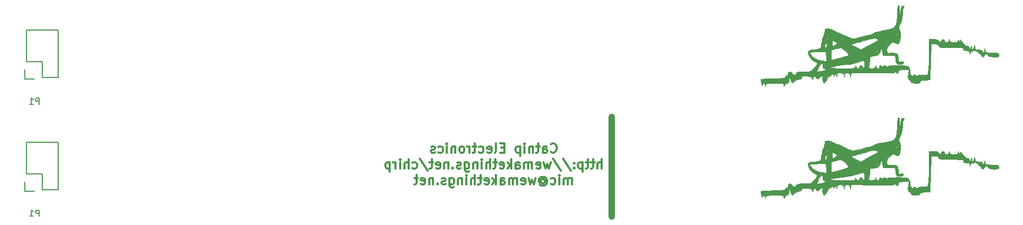
<source format=gbr>
G04 #@! TF.FileFunction,Legend,Bot*
%FSLAX46Y46*%
G04 Gerber Fmt 4.6, Leading zero omitted, Abs format (unit mm)*
G04 Created by KiCad (PCBNEW no-vcs-found-undefined) date Fri Nov 11 20:13:07 2016*
%MOMM*%
%LPD*%
G01*
G04 APERTURE LIST*
%ADD10C,0.100000*%
%ADD11C,0.300000*%
%ADD12C,1.000000*%
%ADD13C,0.150000*%
%ADD14C,0.010000*%
%ADD15R,1.727200X1.727200*%
%ADD16O,1.727200X1.727200*%
G04 APERTURE END LIST*
D10*
D11*
X168242857Y-88585714D02*
X168314285Y-88657142D01*
X168528571Y-88728571D01*
X168671428Y-88728571D01*
X168885714Y-88657142D01*
X169028571Y-88514285D01*
X169100000Y-88371428D01*
X169171428Y-88085714D01*
X169171428Y-87871428D01*
X169100000Y-87585714D01*
X169028571Y-87442857D01*
X168885714Y-87300000D01*
X168671428Y-87228571D01*
X168528571Y-87228571D01*
X168314285Y-87300000D01*
X168242857Y-87371428D01*
X166957142Y-88728571D02*
X166957142Y-87942857D01*
X167028571Y-87800000D01*
X167171428Y-87728571D01*
X167457142Y-87728571D01*
X167600000Y-87800000D01*
X166957142Y-88657142D02*
X167100000Y-88728571D01*
X167457142Y-88728571D01*
X167600000Y-88657142D01*
X167671428Y-88514285D01*
X167671428Y-88371428D01*
X167600000Y-88228571D01*
X167457142Y-88157142D01*
X167100000Y-88157142D01*
X166957142Y-88085714D01*
X166457142Y-87728571D02*
X165885714Y-87728571D01*
X166242857Y-87228571D02*
X166242857Y-88514285D01*
X166171428Y-88657142D01*
X166028571Y-88728571D01*
X165885714Y-88728571D01*
X165385714Y-87728571D02*
X165385714Y-88728571D01*
X165385714Y-87871428D02*
X165314285Y-87800000D01*
X165171428Y-87728571D01*
X164957142Y-87728571D01*
X164814285Y-87800000D01*
X164742857Y-87942857D01*
X164742857Y-88728571D01*
X164028571Y-88728571D02*
X164028571Y-87728571D01*
X164028571Y-87228571D02*
X164100000Y-87300000D01*
X164028571Y-87371428D01*
X163957142Y-87300000D01*
X164028571Y-87228571D01*
X164028571Y-87371428D01*
X163314285Y-87728571D02*
X163314285Y-89228571D01*
X163314285Y-87800000D02*
X163171428Y-87728571D01*
X162885714Y-87728571D01*
X162742857Y-87800000D01*
X162671428Y-87871428D01*
X162600000Y-88014285D01*
X162600000Y-88442857D01*
X162671428Y-88585714D01*
X162742857Y-88657142D01*
X162885714Y-88728571D01*
X163171428Y-88728571D01*
X163314285Y-88657142D01*
X160814285Y-87942857D02*
X160314285Y-87942857D01*
X160100000Y-88728571D02*
X160814285Y-88728571D01*
X160814285Y-87228571D01*
X160100000Y-87228571D01*
X159242857Y-88728571D02*
X159385714Y-88657142D01*
X159457142Y-88514285D01*
X159457142Y-87228571D01*
X158100000Y-88657142D02*
X158242857Y-88728571D01*
X158528571Y-88728571D01*
X158671428Y-88657142D01*
X158742857Y-88514285D01*
X158742857Y-87942857D01*
X158671428Y-87800000D01*
X158528571Y-87728571D01*
X158242857Y-87728571D01*
X158100000Y-87800000D01*
X158028571Y-87942857D01*
X158028571Y-88085714D01*
X158742857Y-88228571D01*
X156742857Y-88657142D02*
X156885714Y-88728571D01*
X157171428Y-88728571D01*
X157314285Y-88657142D01*
X157385714Y-88585714D01*
X157457142Y-88442857D01*
X157457142Y-88014285D01*
X157385714Y-87871428D01*
X157314285Y-87800000D01*
X157171428Y-87728571D01*
X156885714Y-87728571D01*
X156742857Y-87800000D01*
X156314285Y-87728571D02*
X155742857Y-87728571D01*
X156100000Y-87228571D02*
X156100000Y-88514285D01*
X156028571Y-88657142D01*
X155885714Y-88728571D01*
X155742857Y-88728571D01*
X155242857Y-88728571D02*
X155242857Y-87728571D01*
X155242857Y-88014285D02*
X155171428Y-87871428D01*
X155100000Y-87800000D01*
X154957142Y-87728571D01*
X154814285Y-87728571D01*
X154100000Y-88728571D02*
X154242857Y-88657142D01*
X154314285Y-88585714D01*
X154385714Y-88442857D01*
X154385714Y-88014285D01*
X154314285Y-87871428D01*
X154242857Y-87800000D01*
X154100000Y-87728571D01*
X153885714Y-87728571D01*
X153742857Y-87800000D01*
X153671428Y-87871428D01*
X153600000Y-88014285D01*
X153600000Y-88442857D01*
X153671428Y-88585714D01*
X153742857Y-88657142D01*
X153885714Y-88728571D01*
X154100000Y-88728571D01*
X152957142Y-87728571D02*
X152957142Y-88728571D01*
X152957142Y-87871428D02*
X152885714Y-87800000D01*
X152742857Y-87728571D01*
X152528571Y-87728571D01*
X152385714Y-87800000D01*
X152314285Y-87942857D01*
X152314285Y-88728571D01*
X151600000Y-88728571D02*
X151600000Y-87728571D01*
X151600000Y-87228571D02*
X151671428Y-87300000D01*
X151600000Y-87371428D01*
X151528571Y-87300000D01*
X151600000Y-87228571D01*
X151600000Y-87371428D01*
X150242857Y-88657142D02*
X150385714Y-88728571D01*
X150671428Y-88728571D01*
X150814285Y-88657142D01*
X150885714Y-88585714D01*
X150957142Y-88442857D01*
X150957142Y-88014285D01*
X150885714Y-87871428D01*
X150814285Y-87800000D01*
X150671428Y-87728571D01*
X150385714Y-87728571D01*
X150242857Y-87800000D01*
X149671428Y-88657142D02*
X149528571Y-88728571D01*
X149242857Y-88728571D01*
X149100000Y-88657142D01*
X149028571Y-88514285D01*
X149028571Y-88442857D01*
X149100000Y-88300000D01*
X149242857Y-88228571D01*
X149457142Y-88228571D01*
X149600000Y-88157142D01*
X149671428Y-88014285D01*
X149671428Y-87942857D01*
X149600000Y-87800000D01*
X149457142Y-87728571D01*
X149242857Y-87728571D01*
X149100000Y-87800000D01*
X176385714Y-91278571D02*
X176385714Y-89778571D01*
X175742857Y-91278571D02*
X175742857Y-90492857D01*
X175814285Y-90350000D01*
X175957142Y-90278571D01*
X176171428Y-90278571D01*
X176314285Y-90350000D01*
X176385714Y-90421428D01*
X175242857Y-90278571D02*
X174671428Y-90278571D01*
X175028571Y-89778571D02*
X175028571Y-91064285D01*
X174957142Y-91207142D01*
X174814285Y-91278571D01*
X174671428Y-91278571D01*
X174385714Y-90278571D02*
X173814285Y-90278571D01*
X174171428Y-89778571D02*
X174171428Y-91064285D01*
X174100000Y-91207142D01*
X173957142Y-91278571D01*
X173814285Y-91278571D01*
X173314285Y-90278571D02*
X173314285Y-91778571D01*
X173314285Y-90350000D02*
X173171428Y-90278571D01*
X172885714Y-90278571D01*
X172742857Y-90350000D01*
X172671428Y-90421428D01*
X172600000Y-90564285D01*
X172600000Y-90992857D01*
X172671428Y-91135714D01*
X172742857Y-91207142D01*
X172885714Y-91278571D01*
X173171428Y-91278571D01*
X173314285Y-91207142D01*
X171957142Y-91135714D02*
X171885714Y-91207142D01*
X171957142Y-91278571D01*
X172028571Y-91207142D01*
X171957142Y-91135714D01*
X171957142Y-91278571D01*
X171957142Y-90350000D02*
X171885714Y-90421428D01*
X171957142Y-90492857D01*
X172028571Y-90421428D01*
X171957142Y-90350000D01*
X171957142Y-90492857D01*
X170171428Y-89707142D02*
X171457142Y-91635714D01*
X168600000Y-89707142D02*
X169885714Y-91635714D01*
X168242857Y-90278571D02*
X167957142Y-91278571D01*
X167671428Y-90564285D01*
X167385714Y-91278571D01*
X167100000Y-90278571D01*
X165957142Y-91207142D02*
X166100000Y-91278571D01*
X166385714Y-91278571D01*
X166528571Y-91207142D01*
X166600000Y-91064285D01*
X166600000Y-90492857D01*
X166528571Y-90350000D01*
X166385714Y-90278571D01*
X166100000Y-90278571D01*
X165957142Y-90350000D01*
X165885714Y-90492857D01*
X165885714Y-90635714D01*
X166600000Y-90778571D01*
X165242857Y-91278571D02*
X165242857Y-90278571D01*
X165242857Y-90421428D02*
X165171428Y-90350000D01*
X165028571Y-90278571D01*
X164814285Y-90278571D01*
X164671428Y-90350000D01*
X164600000Y-90492857D01*
X164600000Y-91278571D01*
X164600000Y-90492857D02*
X164528571Y-90350000D01*
X164385714Y-90278571D01*
X164171428Y-90278571D01*
X164028571Y-90350000D01*
X163957142Y-90492857D01*
X163957142Y-91278571D01*
X162600000Y-91278571D02*
X162600000Y-90492857D01*
X162671428Y-90350000D01*
X162814285Y-90278571D01*
X163100000Y-90278571D01*
X163242857Y-90350000D01*
X162600000Y-91207142D02*
X162742857Y-91278571D01*
X163100000Y-91278571D01*
X163242857Y-91207142D01*
X163314285Y-91064285D01*
X163314285Y-90921428D01*
X163242857Y-90778571D01*
X163100000Y-90707142D01*
X162742857Y-90707142D01*
X162600000Y-90635714D01*
X161885714Y-91278571D02*
X161885714Y-89778571D01*
X161742857Y-90707142D02*
X161314285Y-91278571D01*
X161314285Y-90278571D02*
X161885714Y-90850000D01*
X160100000Y-91207142D02*
X160242857Y-91278571D01*
X160528571Y-91278571D01*
X160671428Y-91207142D01*
X160742857Y-91064285D01*
X160742857Y-90492857D01*
X160671428Y-90350000D01*
X160528571Y-90278571D01*
X160242857Y-90278571D01*
X160100000Y-90350000D01*
X160028571Y-90492857D01*
X160028571Y-90635714D01*
X160742857Y-90778571D01*
X159600000Y-90278571D02*
X159028571Y-90278571D01*
X159385714Y-89778571D02*
X159385714Y-91064285D01*
X159314285Y-91207142D01*
X159171428Y-91278571D01*
X159028571Y-91278571D01*
X158528571Y-91278571D02*
X158528571Y-89778571D01*
X157885714Y-91278571D02*
X157885714Y-90492857D01*
X157957142Y-90350000D01*
X158100000Y-90278571D01*
X158314285Y-90278571D01*
X158457142Y-90350000D01*
X158528571Y-90421428D01*
X157171428Y-91278571D02*
X157171428Y-90278571D01*
X157171428Y-89778571D02*
X157242857Y-89850000D01*
X157171428Y-89921428D01*
X157100000Y-89850000D01*
X157171428Y-89778571D01*
X157171428Y-89921428D01*
X156457142Y-90278571D02*
X156457142Y-91278571D01*
X156457142Y-90421428D02*
X156385714Y-90350000D01*
X156242857Y-90278571D01*
X156028571Y-90278571D01*
X155885714Y-90350000D01*
X155814285Y-90492857D01*
X155814285Y-91278571D01*
X154457142Y-90278571D02*
X154457142Y-91492857D01*
X154528571Y-91635714D01*
X154600000Y-91707142D01*
X154742857Y-91778571D01*
X154957142Y-91778571D01*
X155100000Y-91707142D01*
X154457142Y-91207142D02*
X154600000Y-91278571D01*
X154885714Y-91278571D01*
X155028571Y-91207142D01*
X155100000Y-91135714D01*
X155171428Y-90992857D01*
X155171428Y-90564285D01*
X155100000Y-90421428D01*
X155028571Y-90350000D01*
X154885714Y-90278571D01*
X154600000Y-90278571D01*
X154457142Y-90350000D01*
X153814285Y-91207142D02*
X153671428Y-91278571D01*
X153385714Y-91278571D01*
X153242857Y-91207142D01*
X153171428Y-91064285D01*
X153171428Y-90992857D01*
X153242857Y-90850000D01*
X153385714Y-90778571D01*
X153600000Y-90778571D01*
X153742857Y-90707142D01*
X153814285Y-90564285D01*
X153814285Y-90492857D01*
X153742857Y-90350000D01*
X153600000Y-90278571D01*
X153385714Y-90278571D01*
X153242857Y-90350000D01*
X152528571Y-91135714D02*
X152457142Y-91207142D01*
X152528571Y-91278571D01*
X152600000Y-91207142D01*
X152528571Y-91135714D01*
X152528571Y-91278571D01*
X151814285Y-90278571D02*
X151814285Y-91278571D01*
X151814285Y-90421428D02*
X151742857Y-90350000D01*
X151600000Y-90278571D01*
X151385714Y-90278571D01*
X151242857Y-90350000D01*
X151171428Y-90492857D01*
X151171428Y-91278571D01*
X149885714Y-91207142D02*
X150028571Y-91278571D01*
X150314285Y-91278571D01*
X150457142Y-91207142D01*
X150528571Y-91064285D01*
X150528571Y-90492857D01*
X150457142Y-90350000D01*
X150314285Y-90278571D01*
X150028571Y-90278571D01*
X149885714Y-90350000D01*
X149814285Y-90492857D01*
X149814285Y-90635714D01*
X150528571Y-90778571D01*
X149385714Y-90278571D02*
X148814285Y-90278571D01*
X149171428Y-89778571D02*
X149171428Y-91064285D01*
X149100000Y-91207142D01*
X148957142Y-91278571D01*
X148814285Y-91278571D01*
X147242857Y-89707142D02*
X148528571Y-91635714D01*
X146100000Y-91207142D02*
X146242857Y-91278571D01*
X146528571Y-91278571D01*
X146671428Y-91207142D01*
X146742857Y-91135714D01*
X146814285Y-90992857D01*
X146814285Y-90564285D01*
X146742857Y-90421428D01*
X146671428Y-90350000D01*
X146528571Y-90278571D01*
X146242857Y-90278571D01*
X146100000Y-90350000D01*
X145457142Y-91278571D02*
X145457142Y-89778571D01*
X144814285Y-91278571D02*
X144814285Y-90492857D01*
X144885714Y-90350000D01*
X145028571Y-90278571D01*
X145242857Y-90278571D01*
X145385714Y-90350000D01*
X145457142Y-90421428D01*
X144100000Y-91278571D02*
X144100000Y-90278571D01*
X144100000Y-89778571D02*
X144171428Y-89850000D01*
X144100000Y-89921428D01*
X144028571Y-89850000D01*
X144100000Y-89778571D01*
X144100000Y-89921428D01*
X143385714Y-91278571D02*
X143385714Y-90278571D01*
X143385714Y-90564285D02*
X143314285Y-90421428D01*
X143242857Y-90350000D01*
X143100000Y-90278571D01*
X142957142Y-90278571D01*
X142457142Y-90278571D02*
X142457142Y-91778571D01*
X142457142Y-90350000D02*
X142314285Y-90278571D01*
X142028571Y-90278571D01*
X141885714Y-90350000D01*
X141814285Y-90421428D01*
X141742857Y-90564285D01*
X141742857Y-90992857D01*
X141814285Y-91135714D01*
X141885714Y-91207142D01*
X142028571Y-91278571D01*
X142314285Y-91278571D01*
X142457142Y-91207142D01*
X171600000Y-93828571D02*
X171600000Y-92828571D01*
X171600000Y-92971428D02*
X171528571Y-92900000D01*
X171385714Y-92828571D01*
X171171428Y-92828571D01*
X171028571Y-92900000D01*
X170957142Y-93042857D01*
X170957142Y-93828571D01*
X170957142Y-93042857D02*
X170885714Y-92900000D01*
X170742857Y-92828571D01*
X170528571Y-92828571D01*
X170385714Y-92900000D01*
X170314285Y-93042857D01*
X170314285Y-93828571D01*
X169600000Y-93828571D02*
X169600000Y-92828571D01*
X169600000Y-92328571D02*
X169671428Y-92400000D01*
X169600000Y-92471428D01*
X169528571Y-92400000D01*
X169600000Y-92328571D01*
X169600000Y-92471428D01*
X168242857Y-93757142D02*
X168385714Y-93828571D01*
X168671428Y-93828571D01*
X168814285Y-93757142D01*
X168885714Y-93685714D01*
X168957142Y-93542857D01*
X168957142Y-93114285D01*
X168885714Y-92971428D01*
X168814285Y-92900000D01*
X168671428Y-92828571D01*
X168385714Y-92828571D01*
X168242857Y-92900000D01*
X166671428Y-93114285D02*
X166742857Y-93042857D01*
X166885714Y-92971428D01*
X167028571Y-92971428D01*
X167171428Y-93042857D01*
X167242857Y-93114285D01*
X167314285Y-93257142D01*
X167314285Y-93400000D01*
X167242857Y-93542857D01*
X167171428Y-93614285D01*
X167028571Y-93685714D01*
X166885714Y-93685714D01*
X166742857Y-93614285D01*
X166671428Y-93542857D01*
X166671428Y-92971428D02*
X166671428Y-93542857D01*
X166600000Y-93614285D01*
X166528571Y-93614285D01*
X166385714Y-93542857D01*
X166314285Y-93400000D01*
X166314285Y-93042857D01*
X166457142Y-92828571D01*
X166671428Y-92685714D01*
X166957142Y-92614285D01*
X167242857Y-92685714D01*
X167457142Y-92828571D01*
X167600000Y-93042857D01*
X167671428Y-93328571D01*
X167600000Y-93614285D01*
X167457142Y-93828571D01*
X167242857Y-93971428D01*
X166957142Y-94042857D01*
X166671428Y-93971428D01*
X166457142Y-93828571D01*
X165814285Y-92828571D02*
X165528571Y-93828571D01*
X165242857Y-93114285D01*
X164957142Y-93828571D01*
X164671428Y-92828571D01*
X163528571Y-93757142D02*
X163671428Y-93828571D01*
X163957142Y-93828571D01*
X164100000Y-93757142D01*
X164171428Y-93614285D01*
X164171428Y-93042857D01*
X164100000Y-92900000D01*
X163957142Y-92828571D01*
X163671428Y-92828571D01*
X163528571Y-92900000D01*
X163457142Y-93042857D01*
X163457142Y-93185714D01*
X164171428Y-93328571D01*
X162814285Y-93828571D02*
X162814285Y-92828571D01*
X162814285Y-92971428D02*
X162742857Y-92900000D01*
X162600000Y-92828571D01*
X162385714Y-92828571D01*
X162242857Y-92900000D01*
X162171428Y-93042857D01*
X162171428Y-93828571D01*
X162171428Y-93042857D02*
X162100000Y-92900000D01*
X161957142Y-92828571D01*
X161742857Y-92828571D01*
X161600000Y-92900000D01*
X161528571Y-93042857D01*
X161528571Y-93828571D01*
X160171428Y-93828571D02*
X160171428Y-93042857D01*
X160242857Y-92900000D01*
X160385714Y-92828571D01*
X160671428Y-92828571D01*
X160814285Y-92900000D01*
X160171428Y-93757142D02*
X160314285Y-93828571D01*
X160671428Y-93828571D01*
X160814285Y-93757142D01*
X160885714Y-93614285D01*
X160885714Y-93471428D01*
X160814285Y-93328571D01*
X160671428Y-93257142D01*
X160314285Y-93257142D01*
X160171428Y-93185714D01*
X159457142Y-93828571D02*
X159457142Y-92328571D01*
X159314285Y-93257142D02*
X158885714Y-93828571D01*
X158885714Y-92828571D02*
X159457142Y-93400000D01*
X157671428Y-93757142D02*
X157814285Y-93828571D01*
X158100000Y-93828571D01*
X158242857Y-93757142D01*
X158314285Y-93614285D01*
X158314285Y-93042857D01*
X158242857Y-92900000D01*
X158100000Y-92828571D01*
X157814285Y-92828571D01*
X157671428Y-92900000D01*
X157600000Y-93042857D01*
X157600000Y-93185714D01*
X158314285Y-93328571D01*
X157171428Y-92828571D02*
X156600000Y-92828571D01*
X156957142Y-92328571D02*
X156957142Y-93614285D01*
X156885714Y-93757142D01*
X156742857Y-93828571D01*
X156600000Y-93828571D01*
X156100000Y-93828571D02*
X156100000Y-92328571D01*
X155457142Y-93828571D02*
X155457142Y-93042857D01*
X155528571Y-92900000D01*
X155671428Y-92828571D01*
X155885714Y-92828571D01*
X156028571Y-92900000D01*
X156100000Y-92971428D01*
X154742857Y-93828571D02*
X154742857Y-92828571D01*
X154742857Y-92328571D02*
X154814285Y-92400000D01*
X154742857Y-92471428D01*
X154671428Y-92400000D01*
X154742857Y-92328571D01*
X154742857Y-92471428D01*
X154028571Y-92828571D02*
X154028571Y-93828571D01*
X154028571Y-92971428D02*
X153957142Y-92900000D01*
X153814285Y-92828571D01*
X153600000Y-92828571D01*
X153457142Y-92900000D01*
X153385714Y-93042857D01*
X153385714Y-93828571D01*
X152028571Y-92828571D02*
X152028571Y-94042857D01*
X152100000Y-94185714D01*
X152171428Y-94257142D01*
X152314285Y-94328571D01*
X152528571Y-94328571D01*
X152671428Y-94257142D01*
X152028571Y-93757142D02*
X152171428Y-93828571D01*
X152457142Y-93828571D01*
X152600000Y-93757142D01*
X152671428Y-93685714D01*
X152742857Y-93542857D01*
X152742857Y-93114285D01*
X152671428Y-92971428D01*
X152600000Y-92900000D01*
X152457142Y-92828571D01*
X152171428Y-92828571D01*
X152028571Y-92900000D01*
X151385714Y-93757142D02*
X151242857Y-93828571D01*
X150957142Y-93828571D01*
X150814285Y-93757142D01*
X150742857Y-93614285D01*
X150742857Y-93542857D01*
X150814285Y-93400000D01*
X150957142Y-93328571D01*
X151171428Y-93328571D01*
X151314285Y-93257142D01*
X151385714Y-93114285D01*
X151385714Y-93042857D01*
X151314285Y-92900000D01*
X151171428Y-92828571D01*
X150957142Y-92828571D01*
X150814285Y-92900000D01*
X150100000Y-93685714D02*
X150028571Y-93757142D01*
X150100000Y-93828571D01*
X150171428Y-93757142D01*
X150100000Y-93685714D01*
X150100000Y-93828571D01*
X149385714Y-92828571D02*
X149385714Y-93828571D01*
X149385714Y-92971428D02*
X149314285Y-92900000D01*
X149171428Y-92828571D01*
X148957142Y-92828571D01*
X148814285Y-92900000D01*
X148742857Y-93042857D01*
X148742857Y-93828571D01*
X147457142Y-93757142D02*
X147600000Y-93828571D01*
X147885714Y-93828571D01*
X148028571Y-93757142D01*
X148100000Y-93614285D01*
X148100000Y-93042857D01*
X148028571Y-92900000D01*
X147885714Y-92828571D01*
X147600000Y-92828571D01*
X147457142Y-92900000D01*
X147385714Y-93042857D01*
X147385714Y-93185714D01*
X148100000Y-93328571D01*
X146957142Y-92828571D02*
X146385714Y-92828571D01*
X146742857Y-92328571D02*
X146742857Y-93614285D01*
X146671428Y-93757142D01*
X146528571Y-93828571D01*
X146385714Y-93828571D01*
D12*
X178000000Y-99000000D02*
X178000000Y-83000000D01*
D13*
X84290000Y-74130000D02*
X84290000Y-69050000D01*
X84010000Y-76950000D02*
X85560000Y-76950000D01*
X86830000Y-76670000D02*
X86830000Y-74130000D01*
X86830000Y-74130000D02*
X84290000Y-74130000D01*
X84290000Y-69050000D02*
X89370000Y-69050000D01*
X89370000Y-69050000D02*
X89370000Y-74130000D01*
X84010000Y-76950000D02*
X84010000Y-75400000D01*
X89370000Y-76670000D02*
X86830000Y-76670000D01*
X89370000Y-74130000D02*
X89370000Y-76670000D01*
D14*
G36*
X202522357Y-77937860D02*
X202516202Y-77850000D01*
X202419847Y-77599892D01*
X202328477Y-77555629D01*
X202177441Y-77695173D01*
X202143093Y-77850000D01*
X202091009Y-77910261D01*
X201983116Y-77692764D01*
X201949722Y-77594805D01*
X201859065Y-77196586D01*
X201870873Y-76951221D01*
X201880296Y-76938468D01*
X202081949Y-76894371D01*
X202547743Y-76856030D01*
X203205396Y-76827901D01*
X203879654Y-76815186D01*
X204705523Y-76803140D01*
X205254005Y-76777424D01*
X205584118Y-76727911D01*
X205754883Y-76644472D01*
X205825316Y-76516981D01*
X205833620Y-76479889D01*
X205909699Y-76273162D01*
X206033299Y-76379737D01*
X206043600Y-76395783D01*
X206151562Y-76478697D01*
X206193197Y-76253649D01*
X206194776Y-76167880D01*
X206261564Y-75817276D01*
X206494874Y-75706263D01*
X206533775Y-75705298D01*
X206807757Y-75810476D01*
X206870199Y-75957615D01*
X207010437Y-76163102D01*
X207206623Y-76209933D01*
X207480605Y-76104755D01*
X207543047Y-75957615D01*
X207608792Y-75824971D01*
X207846503Y-75746894D01*
X208316891Y-75711339D01*
X208814564Y-75705298D01*
X209437775Y-75686565D01*
X209850510Y-75635595D01*
X209993758Y-75560225D01*
X209989604Y-75549196D01*
X210041761Y-75381308D01*
X210206468Y-75293645D01*
X210450209Y-75118841D01*
X210678455Y-74815653D01*
X210828730Y-74496283D01*
X210838565Y-74272936D01*
X210794630Y-74237277D01*
X210190285Y-73923284D01*
X209714962Y-73474653D01*
X209475556Y-73005128D01*
X209444083Y-72574325D01*
X209613978Y-72317885D01*
X210032126Y-72198136D01*
X210508212Y-72175423D01*
X211046786Y-72100745D01*
X211414057Y-71910953D01*
X211544716Y-71650702D01*
X211496027Y-71500000D01*
X211493096Y-71232930D01*
X211580133Y-71079470D01*
X211696230Y-70795605D01*
X211668975Y-70666604D01*
X211675055Y-70413791D01*
X211822706Y-70117171D01*
X212025721Y-69654719D01*
X212084769Y-69275816D01*
X212138152Y-68933661D01*
X212362827Y-68816009D01*
X212521398Y-68808609D01*
X213004214Y-68888457D01*
X213404510Y-69040435D01*
X213896545Y-69280450D01*
X214271524Y-69447395D01*
X214654079Y-69612407D01*
X215203733Y-69856021D01*
X215639562Y-70052232D01*
X216071973Y-70238410D01*
X214439736Y-70238410D01*
X214355630Y-70154304D01*
X214271524Y-70238410D01*
X214355630Y-70322516D01*
X214439736Y-70238410D01*
X216071973Y-70238410D01*
X216180449Y-70285115D01*
X216561888Y-70386842D01*
X216927809Y-70371656D01*
X217422145Y-70253802D01*
X217489893Y-70235359D01*
X218188991Y-70051355D01*
X218914981Y-69870603D01*
X219191722Y-69805287D01*
X219654218Y-69673231D01*
X219942689Y-69541132D01*
X219990729Y-69482716D01*
X220143703Y-69391164D01*
X220547600Y-69277583D01*
X221119886Y-69164507D01*
X221210265Y-69149757D01*
X222165003Y-68979935D01*
X222835953Y-68789189D01*
X223274215Y-68524443D01*
X223530886Y-68132621D01*
X223657063Y-67560649D01*
X223703844Y-66755449D01*
X223708300Y-66555023D01*
X223742332Y-65842138D01*
X223803897Y-65345399D01*
X223879415Y-65088705D01*
X223955308Y-65095952D01*
X224017994Y-65391039D01*
X224052657Y-65949006D01*
X224082651Y-67042384D01*
X224181392Y-66118676D01*
X224268818Y-65551894D01*
X224396745Y-65248389D01*
X224588462Y-65136436D01*
X224797136Y-65136167D01*
X224768095Y-65313238D01*
X224714621Y-65418290D01*
X224598098Y-65800653D01*
X224533233Y-66331544D01*
X224528757Y-66484636D01*
X224451483Y-67104769D01*
X224262975Y-67770172D01*
X224187609Y-67954415D01*
X223984963Y-68507096D01*
X223989801Y-68825054D01*
X224023092Y-68871170D01*
X224133316Y-69154453D01*
X224186128Y-69641293D01*
X224184603Y-69817880D01*
X223691391Y-69817880D01*
X223629845Y-69679423D01*
X223579250Y-69705739D01*
X223559118Y-69905367D01*
X223579250Y-69930022D01*
X223679252Y-69906931D01*
X223691391Y-69817880D01*
X224184603Y-69817880D01*
X224181269Y-70203716D01*
X224142144Y-70521541D01*
X220611172Y-70521541D01*
X220475551Y-70424453D01*
X220451992Y-70412255D01*
X220105480Y-70312235D01*
X219661627Y-70362646D01*
X219317881Y-70460272D01*
X218692966Y-70648459D01*
X217967106Y-70853010D01*
X217635762Y-70941529D01*
X217358406Y-71015331D01*
X215533113Y-71015331D01*
X215136001Y-70668923D01*
X214786346Y-70388329D01*
X214627836Y-70332145D01*
X214607948Y-70387276D01*
X214715905Y-70490728D01*
X212589404Y-70490728D01*
X212527858Y-70352271D01*
X212477263Y-70378587D01*
X212457131Y-70578215D01*
X212477263Y-70602869D01*
X212577265Y-70579779D01*
X212589404Y-70490728D01*
X214715905Y-70490728D01*
X214735362Y-70509373D01*
X215044658Y-70717830D01*
X215070530Y-70733683D01*
X215533113Y-71015331D01*
X217358406Y-71015331D01*
X217081865Y-71088916D01*
X216878597Y-71145565D01*
X214079723Y-71145565D01*
X213924881Y-70980941D01*
X213838714Y-70914870D01*
X213489228Y-70698410D01*
X213314901Y-70752629D01*
X213262806Y-71100906D01*
X213262252Y-71169494D01*
X213284831Y-71513299D01*
X213317013Y-71532814D01*
X212475384Y-71532814D01*
X212459673Y-71292558D01*
X212377753Y-71039726D01*
X212299964Y-71102511D01*
X212236543Y-71256690D01*
X212123170Y-71639190D01*
X212096592Y-71814967D01*
X212141015Y-71957000D01*
X212319721Y-71850835D01*
X212475384Y-71532814D01*
X213317013Y-71532814D01*
X213404641Y-71585949D01*
X213640729Y-71483133D01*
X213995288Y-71283451D01*
X214079723Y-71145565D01*
X216878597Y-71145565D01*
X216640755Y-71211849D01*
X216468694Y-71263997D01*
X216452083Y-71376329D01*
X216721760Y-71582784D01*
X217029962Y-71752127D01*
X217833134Y-72158745D01*
X219331141Y-71381643D01*
X220003783Y-71027308D01*
X220414916Y-70788695D01*
X220604170Y-70631530D01*
X220611172Y-70521541D01*
X224142144Y-70521541D01*
X224118483Y-70713746D01*
X224027361Y-70996211D01*
X223871946Y-71201611D01*
X223656668Y-71194396D01*
X223413727Y-71080514D01*
X223117461Y-70957086D01*
X222886008Y-70994871D01*
X222598784Y-71231859D01*
X222446962Y-71385095D01*
X222072811Y-71873277D01*
X221977205Y-72308040D01*
X221981723Y-72351850D01*
X222071192Y-72653749D01*
X222301962Y-72733700D01*
X222526258Y-72711551D01*
X223048726Y-72694604D01*
X223436920Y-72746018D01*
X223714144Y-72865140D01*
X223834991Y-73107725D01*
X223859603Y-73524952D01*
X223876335Y-73950804D01*
X223966078Y-74120539D01*
X224188158Y-74114186D01*
X224280133Y-74092254D01*
X224600281Y-74064758D01*
X224699988Y-74229809D01*
X224700663Y-74257261D01*
X224590436Y-74455222D01*
X224222714Y-74526419D01*
X224131020Y-74527814D01*
X223770327Y-74503052D01*
X223585422Y-74366749D01*
X223488272Y-74025880D01*
X223454489Y-73812914D01*
X223347599Y-73098013D01*
X221420530Y-73098013D01*
X221367820Y-72551324D01*
X221276734Y-72158290D01*
X221143751Y-72012864D01*
X221031969Y-72137704D01*
X221000000Y-72419247D01*
X220997943Y-72425165D01*
X220663577Y-72425165D01*
X220579471Y-72341059D01*
X220495365Y-72425165D01*
X220579471Y-72509271D01*
X220663577Y-72425165D01*
X220997943Y-72425165D01*
X220939469Y-72593377D01*
X220327153Y-72593377D01*
X220243047Y-72509271D01*
X220158941Y-72593377D01*
X220243047Y-72677483D01*
X220327153Y-72593377D01*
X220939469Y-72593377D01*
X220852839Y-72842583D01*
X220584231Y-73008046D01*
X215953643Y-73008046D01*
X215838254Y-72837694D01*
X215556678Y-72546533D01*
X215205805Y-72223452D01*
X214882521Y-71957339D01*
X214683715Y-71837084D01*
X214676582Y-71836423D01*
X214474424Y-71874087D01*
X214064910Y-71969299D01*
X213841376Y-72024605D01*
X213094040Y-72212786D01*
X213094040Y-73053486D01*
X213105754Y-73547863D01*
X213166447Y-73781290D01*
X213314452Y-73829070D01*
X213472517Y-73797046D01*
X214519052Y-73521476D01*
X215261705Y-73308946D01*
X215725443Y-73151518D01*
X215935233Y-73041250D01*
X215953643Y-73008046D01*
X220584231Y-73008046D01*
X220430395Y-73102809D01*
X219833576Y-73182119D01*
X219464253Y-73228370D01*
X219327478Y-73414286D01*
X219316030Y-73560596D01*
X219287127Y-73983929D01*
X219220362Y-74502989D01*
X218475321Y-74502989D01*
X218446838Y-74133402D01*
X218377306Y-73979734D01*
X218208997Y-73924629D01*
X217877146Y-73980708D01*
X217835759Y-73994121D01*
X212357755Y-73994121D01*
X212328165Y-73293749D01*
X212304707Y-72837359D01*
X212281846Y-72543460D01*
X212275777Y-72503772D01*
X212114997Y-72475995D01*
X211720119Y-72468161D01*
X211192659Y-72476850D01*
X210634131Y-72498646D01*
X210146049Y-72530130D01*
X209829928Y-72567886D01*
X209767895Y-72588207D01*
X209779285Y-72755743D01*
X209826639Y-72902321D01*
X210098896Y-73241192D01*
X210591473Y-73567385D01*
X211191845Y-73819286D01*
X211701345Y-73928819D01*
X212357755Y-73994121D01*
X217835759Y-73994121D01*
X217321949Y-74160637D01*
X217047020Y-74261482D01*
X216515056Y-74424773D01*
X216040055Y-74514106D01*
X215953643Y-74519319D01*
X215467655Y-74551634D01*
X214860018Y-74626453D01*
X214217023Y-74728323D01*
X213624959Y-74841790D01*
X213170120Y-74951401D01*
X212938794Y-75041702D01*
X212925828Y-75061554D01*
X213083187Y-75115255D01*
X213511931Y-75159325D01*
X214147061Y-75189285D01*
X214923578Y-75200655D01*
X214944371Y-75200662D01*
X215802544Y-75195994D01*
X216379620Y-75176670D01*
X216730860Y-75134707D01*
X216911523Y-75062124D01*
X216976870Y-74950939D01*
X216982427Y-74906291D01*
X217005923Y-74698979D01*
X217055576Y-74818431D01*
X217078867Y-74906291D01*
X217244023Y-75142502D01*
X217473590Y-75187363D01*
X217626122Y-75030192D01*
X217635762Y-74948344D01*
X217770410Y-74725334D01*
X217888080Y-74696026D01*
X218108723Y-74831451D01*
X218140398Y-74958271D01*
X218214534Y-75116556D01*
X217972186Y-75116556D01*
X217888080Y-75032450D01*
X217803974Y-75116556D01*
X217888080Y-75200662D01*
X217972186Y-75116556D01*
X218214534Y-75116556D01*
X218221946Y-75132380D01*
X218308610Y-75116556D01*
X218425744Y-74888643D01*
X218475321Y-74502989D01*
X219220362Y-74502989D01*
X219219048Y-74513204D01*
X219209915Y-74569867D01*
X219159094Y-74980347D01*
X219233902Y-75157807D01*
X219497787Y-75199859D01*
X219619962Y-75200662D01*
X220055977Y-75112256D01*
X220211200Y-74906291D01*
X220275130Y-74698979D01*
X220301485Y-74818431D01*
X220307640Y-74906291D01*
X220428928Y-75138751D01*
X220648828Y-75191472D01*
X220814684Y-75052205D01*
X220831789Y-74948344D01*
X220914989Y-74721734D01*
X221085949Y-74748554D01*
X221220472Y-74990397D01*
X221284402Y-75197709D01*
X221310757Y-75078257D01*
X221316912Y-74990397D01*
X221454676Y-74755938D01*
X221725644Y-74705250D01*
X221981221Y-74838334D01*
X222061531Y-74990397D01*
X222125461Y-75197709D01*
X222151816Y-75078257D01*
X222157971Y-74990397D01*
X222203407Y-74854642D01*
X222358354Y-74767949D01*
X222683345Y-74719723D01*
X223238913Y-74699371D01*
X223839984Y-74696026D01*
X224650969Y-74705058D01*
X225184119Y-74755876D01*
X225497966Y-74884065D01*
X225651043Y-75125208D01*
X225701880Y-75514890D01*
X225707637Y-75831457D01*
X225772822Y-76126923D01*
X225878146Y-76209933D01*
X226026576Y-76349301D01*
X226058181Y-76504304D01*
X226080479Y-76702125D01*
X226151815Y-76589093D01*
X226190907Y-76491857D01*
X226359682Y-76237566D01*
X226466888Y-76185038D01*
X226648875Y-76320703D01*
X226742868Y-76491857D01*
X226838967Y-76700781D01*
X226871046Y-76597448D01*
X226875595Y-76504304D01*
X226947275Y-76322515D01*
X227195537Y-76233659D01*
X227698835Y-76209936D01*
X227706329Y-76209933D01*
X228525240Y-76209933D01*
X228668214Y-75495033D01*
X228723882Y-75047113D01*
X228769546Y-74357176D01*
X228800465Y-73519589D01*
X228811896Y-72635430D01*
X228812604Y-70490728D01*
X229537409Y-70490728D01*
X230096264Y-70549778D01*
X230353452Y-70729769D01*
X230359038Y-70743046D01*
X230524150Y-70965638D01*
X230606077Y-70995364D01*
X230739427Y-70858855D01*
X230756292Y-70743046D01*
X230890940Y-70520036D01*
X231008610Y-70490728D01*
X231231620Y-70625376D01*
X231260928Y-70743046D01*
X231379770Y-70947390D01*
X231639170Y-70983426D01*
X231893441Y-70859602D01*
X231986034Y-70700993D01*
X232049964Y-70493681D01*
X232076319Y-70613133D01*
X232082474Y-70700993D01*
X232177118Y-70899200D01*
X232478477Y-70984443D01*
X232774835Y-70995364D01*
X233227519Y-70960797D01*
X233427736Y-70834466D01*
X233459505Y-70700993D01*
X233486868Y-70520955D01*
X233571392Y-70642440D01*
X233615895Y-70743046D01*
X233729363Y-70983442D01*
X233771009Y-70914744D01*
X233785564Y-70743046D01*
X233835221Y-70553722D01*
X233898872Y-70626974D01*
X234110655Y-70973075D01*
X234422343Y-71305801D01*
X234737478Y-71538649D01*
X234959602Y-71585115D01*
X234964288Y-71582438D01*
X235145858Y-71625490D01*
X235257784Y-71861552D01*
X235363122Y-72256953D01*
X235482012Y-71836423D01*
X235569508Y-71554548D01*
X235604976Y-71586885D01*
X235617670Y-71794370D01*
X235689927Y-72090165D01*
X235790950Y-72172847D01*
X235940555Y-72030316D01*
X236020361Y-71794370D01*
X236093258Y-71415894D01*
X236116166Y-71794370D01*
X236189013Y-72053668D01*
X236430274Y-72158524D01*
X236727815Y-72172847D01*
X237163258Y-72227562D01*
X237315493Y-72402185D01*
X237316557Y-72425165D01*
X237388946Y-72655293D01*
X237542762Y-72630052D01*
X237682976Y-72380505D01*
X237702480Y-72299006D01*
X237775378Y-71920529D01*
X237798285Y-72299006D01*
X237837342Y-72503129D01*
X237974714Y-72616803D01*
X238287559Y-72666188D01*
X238853036Y-72677446D01*
X238914570Y-72677483D01*
X239506289Y-72687968D01*
X239836186Y-72734673D01*
X239978600Y-72840471D01*
X240007947Y-73013907D01*
X239962652Y-73217403D01*
X239771233Y-73317838D01*
X239350385Y-73349261D01*
X239184885Y-73350331D01*
X238605598Y-73307366D01*
X238309709Y-73170632D01*
X238264998Y-73098013D01*
X238069940Y-72887910D01*
X237818313Y-72865904D01*
X237660295Y-73031995D01*
X237652981Y-73098013D01*
X237518333Y-73321023D01*
X237400663Y-73350331D01*
X237177653Y-73215683D01*
X237148345Y-73098013D01*
X237013697Y-72875003D01*
X236896027Y-72845695D01*
X236673017Y-72711047D01*
X236643709Y-72593377D01*
X236507767Y-72403777D01*
X236186546Y-72327372D01*
X235809951Y-72359720D01*
X235507891Y-72496379D01*
X235413966Y-72635430D01*
X235350036Y-72842742D01*
X235323682Y-72723290D01*
X235317527Y-72635430D01*
X235187570Y-72410383D01*
X234801809Y-72341075D01*
X234793378Y-72341059D01*
X234392745Y-72265833D01*
X234288742Y-72088741D01*
X234271546Y-71974919D01*
X234185908Y-71896094D01*
X233980758Y-71846552D01*
X233605023Y-71820578D01*
X233007630Y-71812456D01*
X232137508Y-71816470D01*
X231875341Y-71818666D01*
X231154023Y-71817134D01*
X230701548Y-71788820D01*
X230450627Y-71721009D01*
X230333973Y-71600985D01*
X230306183Y-71522133D01*
X230131184Y-71292253D01*
X229726990Y-71232640D01*
X229691770Y-71233787D01*
X229158279Y-71254888D01*
X229055856Y-74110888D01*
X229020855Y-75052230D01*
X228988164Y-75867893D01*
X228960205Y-76502192D01*
X228939404Y-76899445D01*
X228929697Y-77008940D01*
X228763992Y-77034105D01*
X228372522Y-77049129D01*
X228149007Y-77050993D01*
X227650089Y-77084014D01*
X227422832Y-77196293D01*
X227392053Y-77303311D01*
X227292991Y-77469617D01*
X226956154Y-77545369D01*
X226635100Y-77555629D01*
X226121329Y-77517461D01*
X225896271Y-77394732D01*
X225878146Y-77321308D01*
X225742034Y-77063975D01*
X225615334Y-76986136D01*
X225457571Y-76850258D01*
X225419269Y-76553774D01*
X225466221Y-76127080D01*
X225579921Y-75368874D01*
X224719762Y-75368874D01*
X224208332Y-75385794D01*
X224137302Y-75405670D01*
X212213624Y-75405670D01*
X212156140Y-75240600D01*
X212058486Y-75237458D01*
X211866658Y-75138122D01*
X211808279Y-74948344D01*
X211771074Y-74553375D01*
X211711698Y-74391450D01*
X211590856Y-74359625D01*
X211583552Y-74359602D01*
X211415063Y-74496460D01*
X211179727Y-74842383D01*
X211070349Y-75042540D01*
X210721940Y-75725478D01*
X211432334Y-75673335D01*
X211886934Y-75594630D01*
X212174772Y-75459861D01*
X212213624Y-75405670D01*
X224137302Y-75405670D01*
X223950538Y-75457931D01*
X223864391Y-75617355D01*
X223859603Y-75705298D01*
X223788181Y-75993446D01*
X223635213Y-76003374D01*
X223492644Y-75745102D01*
X223473680Y-75663245D01*
X223417022Y-75419608D01*
X223387846Y-75497542D01*
X223378037Y-75621192D01*
X223358200Y-75733061D01*
X223287470Y-75816102D01*
X223123168Y-75873782D01*
X222822616Y-75909570D01*
X222343136Y-75926935D01*
X221642050Y-75929345D01*
X220676680Y-75920270D01*
X219835220Y-75909139D01*
X216315149Y-75860663D01*
X216241409Y-76245563D01*
X216167670Y-76630463D01*
X216144762Y-76251986D01*
X216033844Y-75954236D01*
X215713024Y-75873510D01*
X215360900Y-75980761D01*
X215231296Y-76251986D01*
X215158398Y-76630463D01*
X215135491Y-76251986D01*
X215048474Y-75976722D01*
X214768406Y-75878938D01*
X214607948Y-75873510D01*
X214239543Y-75925022D01*
X214099841Y-76127105D01*
X214086544Y-76251986D01*
X214066408Y-76502063D01*
X214015326Y-76449234D01*
X213935100Y-76209933D01*
X213832691Y-75970657D01*
X213785030Y-76063321D01*
X213783655Y-76083774D01*
X213695483Y-76333882D01*
X213611010Y-76378145D01*
X213442708Y-76239584D01*
X213378205Y-76083774D01*
X213314275Y-75876462D01*
X213287920Y-75995914D01*
X213281765Y-76083774D01*
X213123727Y-76331287D01*
X212925828Y-76378145D01*
X212649220Y-76486530D01*
X212589404Y-76637497D01*
X212481483Y-76944306D01*
X212257499Y-77253106D01*
X211925594Y-77609365D01*
X211772236Y-77204020D01*
X211711854Y-76766976D01*
X211788314Y-76588410D01*
X211847452Y-76415490D01*
X211679556Y-76378145D01*
X211383905Y-76510848D01*
X211304539Y-76630463D01*
X211102786Y-76853841D01*
X210991391Y-76882781D01*
X210747943Y-76747439D01*
X210678243Y-76630463D01*
X210494116Y-76396514D01*
X210307146Y-76455748D01*
X210217670Y-76756622D01*
X210196500Y-77016717D01*
X210144308Y-76951908D01*
X210091511Y-76792892D01*
X209951545Y-76573363D01*
X209652449Y-76461753D01*
X209183113Y-76422617D01*
X208670423Y-76433033D01*
X208427052Y-76522249D01*
X208384106Y-76638665D01*
X208312978Y-76865227D01*
X208257948Y-76895281D01*
X207588150Y-77025005D01*
X207203839Y-77246804D01*
X207160242Y-77308058D01*
X206954611Y-77534297D01*
X206763103Y-77435678D01*
X206575281Y-77008940D01*
X206399908Y-76462251D01*
X206382736Y-77008940D01*
X206321264Y-77401820D01*
X206136992Y-77547742D01*
X206041474Y-77555629D01*
X205737030Y-77687614D01*
X205640457Y-77850000D01*
X205576527Y-78057312D01*
X205550172Y-77937860D01*
X205544017Y-77850000D01*
X205493488Y-77704908D01*
X205322108Y-77616479D01*
X204964815Y-77571385D01*
X204356549Y-77556297D01*
X204107036Y-77555629D01*
X203400653Y-77565223D01*
X202962875Y-77602871D01*
X202726211Y-77681867D01*
X202623166Y-77815505D01*
X202612642Y-77850000D01*
X202548712Y-78057312D01*
X202522357Y-77937860D01*
X202522357Y-77937860D01*
G37*
X202522357Y-77937860D02*
X202516202Y-77850000D01*
X202419847Y-77599892D01*
X202328477Y-77555629D01*
X202177441Y-77695173D01*
X202143093Y-77850000D01*
X202091009Y-77910261D01*
X201983116Y-77692764D01*
X201949722Y-77594805D01*
X201859065Y-77196586D01*
X201870873Y-76951221D01*
X201880296Y-76938468D01*
X202081949Y-76894371D01*
X202547743Y-76856030D01*
X203205396Y-76827901D01*
X203879654Y-76815186D01*
X204705523Y-76803140D01*
X205254005Y-76777424D01*
X205584118Y-76727911D01*
X205754883Y-76644472D01*
X205825316Y-76516981D01*
X205833620Y-76479889D01*
X205909699Y-76273162D01*
X206033299Y-76379737D01*
X206043600Y-76395783D01*
X206151562Y-76478697D01*
X206193197Y-76253649D01*
X206194776Y-76167880D01*
X206261564Y-75817276D01*
X206494874Y-75706263D01*
X206533775Y-75705298D01*
X206807757Y-75810476D01*
X206870199Y-75957615D01*
X207010437Y-76163102D01*
X207206623Y-76209933D01*
X207480605Y-76104755D01*
X207543047Y-75957615D01*
X207608792Y-75824971D01*
X207846503Y-75746894D01*
X208316891Y-75711339D01*
X208814564Y-75705298D01*
X209437775Y-75686565D01*
X209850510Y-75635595D01*
X209993758Y-75560225D01*
X209989604Y-75549196D01*
X210041761Y-75381308D01*
X210206468Y-75293645D01*
X210450209Y-75118841D01*
X210678455Y-74815653D01*
X210828730Y-74496283D01*
X210838565Y-74272936D01*
X210794630Y-74237277D01*
X210190285Y-73923284D01*
X209714962Y-73474653D01*
X209475556Y-73005128D01*
X209444083Y-72574325D01*
X209613978Y-72317885D01*
X210032126Y-72198136D01*
X210508212Y-72175423D01*
X211046786Y-72100745D01*
X211414057Y-71910953D01*
X211544716Y-71650702D01*
X211496027Y-71500000D01*
X211493096Y-71232930D01*
X211580133Y-71079470D01*
X211696230Y-70795605D01*
X211668975Y-70666604D01*
X211675055Y-70413791D01*
X211822706Y-70117171D01*
X212025721Y-69654719D01*
X212084769Y-69275816D01*
X212138152Y-68933661D01*
X212362827Y-68816009D01*
X212521398Y-68808609D01*
X213004214Y-68888457D01*
X213404510Y-69040435D01*
X213896545Y-69280450D01*
X214271524Y-69447395D01*
X214654079Y-69612407D01*
X215203733Y-69856021D01*
X215639562Y-70052232D01*
X216071973Y-70238410D01*
X214439736Y-70238410D01*
X214355630Y-70154304D01*
X214271524Y-70238410D01*
X214355630Y-70322516D01*
X214439736Y-70238410D01*
X216071973Y-70238410D01*
X216180449Y-70285115D01*
X216561888Y-70386842D01*
X216927809Y-70371656D01*
X217422145Y-70253802D01*
X217489893Y-70235359D01*
X218188991Y-70051355D01*
X218914981Y-69870603D01*
X219191722Y-69805287D01*
X219654218Y-69673231D01*
X219942689Y-69541132D01*
X219990729Y-69482716D01*
X220143703Y-69391164D01*
X220547600Y-69277583D01*
X221119886Y-69164507D01*
X221210265Y-69149757D01*
X222165003Y-68979935D01*
X222835953Y-68789189D01*
X223274215Y-68524443D01*
X223530886Y-68132621D01*
X223657063Y-67560649D01*
X223703844Y-66755449D01*
X223708300Y-66555023D01*
X223742332Y-65842138D01*
X223803897Y-65345399D01*
X223879415Y-65088705D01*
X223955308Y-65095952D01*
X224017994Y-65391039D01*
X224052657Y-65949006D01*
X224082651Y-67042384D01*
X224181392Y-66118676D01*
X224268818Y-65551894D01*
X224396745Y-65248389D01*
X224588462Y-65136436D01*
X224797136Y-65136167D01*
X224768095Y-65313238D01*
X224714621Y-65418290D01*
X224598098Y-65800653D01*
X224533233Y-66331544D01*
X224528757Y-66484636D01*
X224451483Y-67104769D01*
X224262975Y-67770172D01*
X224187609Y-67954415D01*
X223984963Y-68507096D01*
X223989801Y-68825054D01*
X224023092Y-68871170D01*
X224133316Y-69154453D01*
X224186128Y-69641293D01*
X224184603Y-69817880D01*
X223691391Y-69817880D01*
X223629845Y-69679423D01*
X223579250Y-69705739D01*
X223559118Y-69905367D01*
X223579250Y-69930022D01*
X223679252Y-69906931D01*
X223691391Y-69817880D01*
X224184603Y-69817880D01*
X224181269Y-70203716D01*
X224142144Y-70521541D01*
X220611172Y-70521541D01*
X220475551Y-70424453D01*
X220451992Y-70412255D01*
X220105480Y-70312235D01*
X219661627Y-70362646D01*
X219317881Y-70460272D01*
X218692966Y-70648459D01*
X217967106Y-70853010D01*
X217635762Y-70941529D01*
X217358406Y-71015331D01*
X215533113Y-71015331D01*
X215136001Y-70668923D01*
X214786346Y-70388329D01*
X214627836Y-70332145D01*
X214607948Y-70387276D01*
X214715905Y-70490728D01*
X212589404Y-70490728D01*
X212527858Y-70352271D01*
X212477263Y-70378587D01*
X212457131Y-70578215D01*
X212477263Y-70602869D01*
X212577265Y-70579779D01*
X212589404Y-70490728D01*
X214715905Y-70490728D01*
X214735362Y-70509373D01*
X215044658Y-70717830D01*
X215070530Y-70733683D01*
X215533113Y-71015331D01*
X217358406Y-71015331D01*
X217081865Y-71088916D01*
X216878597Y-71145565D01*
X214079723Y-71145565D01*
X213924881Y-70980941D01*
X213838714Y-70914870D01*
X213489228Y-70698410D01*
X213314901Y-70752629D01*
X213262806Y-71100906D01*
X213262252Y-71169494D01*
X213284831Y-71513299D01*
X213317013Y-71532814D01*
X212475384Y-71532814D01*
X212459673Y-71292558D01*
X212377753Y-71039726D01*
X212299964Y-71102511D01*
X212236543Y-71256690D01*
X212123170Y-71639190D01*
X212096592Y-71814967D01*
X212141015Y-71957000D01*
X212319721Y-71850835D01*
X212475384Y-71532814D01*
X213317013Y-71532814D01*
X213404641Y-71585949D01*
X213640729Y-71483133D01*
X213995288Y-71283451D01*
X214079723Y-71145565D01*
X216878597Y-71145565D01*
X216640755Y-71211849D01*
X216468694Y-71263997D01*
X216452083Y-71376329D01*
X216721760Y-71582784D01*
X217029962Y-71752127D01*
X217833134Y-72158745D01*
X219331141Y-71381643D01*
X220003783Y-71027308D01*
X220414916Y-70788695D01*
X220604170Y-70631530D01*
X220611172Y-70521541D01*
X224142144Y-70521541D01*
X224118483Y-70713746D01*
X224027361Y-70996211D01*
X223871946Y-71201611D01*
X223656668Y-71194396D01*
X223413727Y-71080514D01*
X223117461Y-70957086D01*
X222886008Y-70994871D01*
X222598784Y-71231859D01*
X222446962Y-71385095D01*
X222072811Y-71873277D01*
X221977205Y-72308040D01*
X221981723Y-72351850D01*
X222071192Y-72653749D01*
X222301962Y-72733700D01*
X222526258Y-72711551D01*
X223048726Y-72694604D01*
X223436920Y-72746018D01*
X223714144Y-72865140D01*
X223834991Y-73107725D01*
X223859603Y-73524952D01*
X223876335Y-73950804D01*
X223966078Y-74120539D01*
X224188158Y-74114186D01*
X224280133Y-74092254D01*
X224600281Y-74064758D01*
X224699988Y-74229809D01*
X224700663Y-74257261D01*
X224590436Y-74455222D01*
X224222714Y-74526419D01*
X224131020Y-74527814D01*
X223770327Y-74503052D01*
X223585422Y-74366749D01*
X223488272Y-74025880D01*
X223454489Y-73812914D01*
X223347599Y-73098013D01*
X221420530Y-73098013D01*
X221367820Y-72551324D01*
X221276734Y-72158290D01*
X221143751Y-72012864D01*
X221031969Y-72137704D01*
X221000000Y-72419247D01*
X220997943Y-72425165D01*
X220663577Y-72425165D01*
X220579471Y-72341059D01*
X220495365Y-72425165D01*
X220579471Y-72509271D01*
X220663577Y-72425165D01*
X220997943Y-72425165D01*
X220939469Y-72593377D01*
X220327153Y-72593377D01*
X220243047Y-72509271D01*
X220158941Y-72593377D01*
X220243047Y-72677483D01*
X220327153Y-72593377D01*
X220939469Y-72593377D01*
X220852839Y-72842583D01*
X220584231Y-73008046D01*
X215953643Y-73008046D01*
X215838254Y-72837694D01*
X215556678Y-72546533D01*
X215205805Y-72223452D01*
X214882521Y-71957339D01*
X214683715Y-71837084D01*
X214676582Y-71836423D01*
X214474424Y-71874087D01*
X214064910Y-71969299D01*
X213841376Y-72024605D01*
X213094040Y-72212786D01*
X213094040Y-73053486D01*
X213105754Y-73547863D01*
X213166447Y-73781290D01*
X213314452Y-73829070D01*
X213472517Y-73797046D01*
X214519052Y-73521476D01*
X215261705Y-73308946D01*
X215725443Y-73151518D01*
X215935233Y-73041250D01*
X215953643Y-73008046D01*
X220584231Y-73008046D01*
X220430395Y-73102809D01*
X219833576Y-73182119D01*
X219464253Y-73228370D01*
X219327478Y-73414286D01*
X219316030Y-73560596D01*
X219287127Y-73983929D01*
X219220362Y-74502989D01*
X218475321Y-74502989D01*
X218446838Y-74133402D01*
X218377306Y-73979734D01*
X218208997Y-73924629D01*
X217877146Y-73980708D01*
X217835759Y-73994121D01*
X212357755Y-73994121D01*
X212328165Y-73293749D01*
X212304707Y-72837359D01*
X212281846Y-72543460D01*
X212275777Y-72503772D01*
X212114997Y-72475995D01*
X211720119Y-72468161D01*
X211192659Y-72476850D01*
X210634131Y-72498646D01*
X210146049Y-72530130D01*
X209829928Y-72567886D01*
X209767895Y-72588207D01*
X209779285Y-72755743D01*
X209826639Y-72902321D01*
X210098896Y-73241192D01*
X210591473Y-73567385D01*
X211191845Y-73819286D01*
X211701345Y-73928819D01*
X212357755Y-73994121D01*
X217835759Y-73994121D01*
X217321949Y-74160637D01*
X217047020Y-74261482D01*
X216515056Y-74424773D01*
X216040055Y-74514106D01*
X215953643Y-74519319D01*
X215467655Y-74551634D01*
X214860018Y-74626453D01*
X214217023Y-74728323D01*
X213624959Y-74841790D01*
X213170120Y-74951401D01*
X212938794Y-75041702D01*
X212925828Y-75061554D01*
X213083187Y-75115255D01*
X213511931Y-75159325D01*
X214147061Y-75189285D01*
X214923578Y-75200655D01*
X214944371Y-75200662D01*
X215802544Y-75195994D01*
X216379620Y-75176670D01*
X216730860Y-75134707D01*
X216911523Y-75062124D01*
X216976870Y-74950939D01*
X216982427Y-74906291D01*
X217005923Y-74698979D01*
X217055576Y-74818431D01*
X217078867Y-74906291D01*
X217244023Y-75142502D01*
X217473590Y-75187363D01*
X217626122Y-75030192D01*
X217635762Y-74948344D01*
X217770410Y-74725334D01*
X217888080Y-74696026D01*
X218108723Y-74831451D01*
X218140398Y-74958271D01*
X218214534Y-75116556D01*
X217972186Y-75116556D01*
X217888080Y-75032450D01*
X217803974Y-75116556D01*
X217888080Y-75200662D01*
X217972186Y-75116556D01*
X218214534Y-75116556D01*
X218221946Y-75132380D01*
X218308610Y-75116556D01*
X218425744Y-74888643D01*
X218475321Y-74502989D01*
X219220362Y-74502989D01*
X219219048Y-74513204D01*
X219209915Y-74569867D01*
X219159094Y-74980347D01*
X219233902Y-75157807D01*
X219497787Y-75199859D01*
X219619962Y-75200662D01*
X220055977Y-75112256D01*
X220211200Y-74906291D01*
X220275130Y-74698979D01*
X220301485Y-74818431D01*
X220307640Y-74906291D01*
X220428928Y-75138751D01*
X220648828Y-75191472D01*
X220814684Y-75052205D01*
X220831789Y-74948344D01*
X220914989Y-74721734D01*
X221085949Y-74748554D01*
X221220472Y-74990397D01*
X221284402Y-75197709D01*
X221310757Y-75078257D01*
X221316912Y-74990397D01*
X221454676Y-74755938D01*
X221725644Y-74705250D01*
X221981221Y-74838334D01*
X222061531Y-74990397D01*
X222125461Y-75197709D01*
X222151816Y-75078257D01*
X222157971Y-74990397D01*
X222203407Y-74854642D01*
X222358354Y-74767949D01*
X222683345Y-74719723D01*
X223238913Y-74699371D01*
X223839984Y-74696026D01*
X224650969Y-74705058D01*
X225184119Y-74755876D01*
X225497966Y-74884065D01*
X225651043Y-75125208D01*
X225701880Y-75514890D01*
X225707637Y-75831457D01*
X225772822Y-76126923D01*
X225878146Y-76209933D01*
X226026576Y-76349301D01*
X226058181Y-76504304D01*
X226080479Y-76702125D01*
X226151815Y-76589093D01*
X226190907Y-76491857D01*
X226359682Y-76237566D01*
X226466888Y-76185038D01*
X226648875Y-76320703D01*
X226742868Y-76491857D01*
X226838967Y-76700781D01*
X226871046Y-76597448D01*
X226875595Y-76504304D01*
X226947275Y-76322515D01*
X227195537Y-76233659D01*
X227698835Y-76209936D01*
X227706329Y-76209933D01*
X228525240Y-76209933D01*
X228668214Y-75495033D01*
X228723882Y-75047113D01*
X228769546Y-74357176D01*
X228800465Y-73519589D01*
X228811896Y-72635430D01*
X228812604Y-70490728D01*
X229537409Y-70490728D01*
X230096264Y-70549778D01*
X230353452Y-70729769D01*
X230359038Y-70743046D01*
X230524150Y-70965638D01*
X230606077Y-70995364D01*
X230739427Y-70858855D01*
X230756292Y-70743046D01*
X230890940Y-70520036D01*
X231008610Y-70490728D01*
X231231620Y-70625376D01*
X231260928Y-70743046D01*
X231379770Y-70947390D01*
X231639170Y-70983426D01*
X231893441Y-70859602D01*
X231986034Y-70700993D01*
X232049964Y-70493681D01*
X232076319Y-70613133D01*
X232082474Y-70700993D01*
X232177118Y-70899200D01*
X232478477Y-70984443D01*
X232774835Y-70995364D01*
X233227519Y-70960797D01*
X233427736Y-70834466D01*
X233459505Y-70700993D01*
X233486868Y-70520955D01*
X233571392Y-70642440D01*
X233615895Y-70743046D01*
X233729363Y-70983442D01*
X233771009Y-70914744D01*
X233785564Y-70743046D01*
X233835221Y-70553722D01*
X233898872Y-70626974D01*
X234110655Y-70973075D01*
X234422343Y-71305801D01*
X234737478Y-71538649D01*
X234959602Y-71585115D01*
X234964288Y-71582438D01*
X235145858Y-71625490D01*
X235257784Y-71861552D01*
X235363122Y-72256953D01*
X235482012Y-71836423D01*
X235569508Y-71554548D01*
X235604976Y-71586885D01*
X235617670Y-71794370D01*
X235689927Y-72090165D01*
X235790950Y-72172847D01*
X235940555Y-72030316D01*
X236020361Y-71794370D01*
X236093258Y-71415894D01*
X236116166Y-71794370D01*
X236189013Y-72053668D01*
X236430274Y-72158524D01*
X236727815Y-72172847D01*
X237163258Y-72227562D01*
X237315493Y-72402185D01*
X237316557Y-72425165D01*
X237388946Y-72655293D01*
X237542762Y-72630052D01*
X237682976Y-72380505D01*
X237702480Y-72299006D01*
X237775378Y-71920529D01*
X237798285Y-72299006D01*
X237837342Y-72503129D01*
X237974714Y-72616803D01*
X238287559Y-72666188D01*
X238853036Y-72677446D01*
X238914570Y-72677483D01*
X239506289Y-72687968D01*
X239836186Y-72734673D01*
X239978600Y-72840471D01*
X240007947Y-73013907D01*
X239962652Y-73217403D01*
X239771233Y-73317838D01*
X239350385Y-73349261D01*
X239184885Y-73350331D01*
X238605598Y-73307366D01*
X238309709Y-73170632D01*
X238264998Y-73098013D01*
X238069940Y-72887910D01*
X237818313Y-72865904D01*
X237660295Y-73031995D01*
X237652981Y-73098013D01*
X237518333Y-73321023D01*
X237400663Y-73350331D01*
X237177653Y-73215683D01*
X237148345Y-73098013D01*
X237013697Y-72875003D01*
X236896027Y-72845695D01*
X236673017Y-72711047D01*
X236643709Y-72593377D01*
X236507767Y-72403777D01*
X236186546Y-72327372D01*
X235809951Y-72359720D01*
X235507891Y-72496379D01*
X235413966Y-72635430D01*
X235350036Y-72842742D01*
X235323682Y-72723290D01*
X235317527Y-72635430D01*
X235187570Y-72410383D01*
X234801809Y-72341075D01*
X234793378Y-72341059D01*
X234392745Y-72265833D01*
X234288742Y-72088741D01*
X234271546Y-71974919D01*
X234185908Y-71896094D01*
X233980758Y-71846552D01*
X233605023Y-71820578D01*
X233007630Y-71812456D01*
X232137508Y-71816470D01*
X231875341Y-71818666D01*
X231154023Y-71817134D01*
X230701548Y-71788820D01*
X230450627Y-71721009D01*
X230333973Y-71600985D01*
X230306183Y-71522133D01*
X230131184Y-71292253D01*
X229726990Y-71232640D01*
X229691770Y-71233787D01*
X229158279Y-71254888D01*
X229055856Y-74110888D01*
X229020855Y-75052230D01*
X228988164Y-75867893D01*
X228960205Y-76502192D01*
X228939404Y-76899445D01*
X228929697Y-77008940D01*
X228763992Y-77034105D01*
X228372522Y-77049129D01*
X228149007Y-77050993D01*
X227650089Y-77084014D01*
X227422832Y-77196293D01*
X227392053Y-77303311D01*
X227292991Y-77469617D01*
X226956154Y-77545369D01*
X226635100Y-77555629D01*
X226121329Y-77517461D01*
X225896271Y-77394732D01*
X225878146Y-77321308D01*
X225742034Y-77063975D01*
X225615334Y-76986136D01*
X225457571Y-76850258D01*
X225419269Y-76553774D01*
X225466221Y-76127080D01*
X225579921Y-75368874D01*
X224719762Y-75368874D01*
X224208332Y-75385794D01*
X224137302Y-75405670D01*
X212213624Y-75405670D01*
X212156140Y-75240600D01*
X212058486Y-75237458D01*
X211866658Y-75138122D01*
X211808279Y-74948344D01*
X211771074Y-74553375D01*
X211711698Y-74391450D01*
X211590856Y-74359625D01*
X211583552Y-74359602D01*
X211415063Y-74496460D01*
X211179727Y-74842383D01*
X211070349Y-75042540D01*
X210721940Y-75725478D01*
X211432334Y-75673335D01*
X211886934Y-75594630D01*
X212174772Y-75459861D01*
X212213624Y-75405670D01*
X224137302Y-75405670D01*
X223950538Y-75457931D01*
X223864391Y-75617355D01*
X223859603Y-75705298D01*
X223788181Y-75993446D01*
X223635213Y-76003374D01*
X223492644Y-75745102D01*
X223473680Y-75663245D01*
X223417022Y-75419608D01*
X223387846Y-75497542D01*
X223378037Y-75621192D01*
X223358200Y-75733061D01*
X223287470Y-75816102D01*
X223123168Y-75873782D01*
X222822616Y-75909570D01*
X222343136Y-75926935D01*
X221642050Y-75929345D01*
X220676680Y-75920270D01*
X219835220Y-75909139D01*
X216315149Y-75860663D01*
X216241409Y-76245563D01*
X216167670Y-76630463D01*
X216144762Y-76251986D01*
X216033844Y-75954236D01*
X215713024Y-75873510D01*
X215360900Y-75980761D01*
X215231296Y-76251986D01*
X215158398Y-76630463D01*
X215135491Y-76251986D01*
X215048474Y-75976722D01*
X214768406Y-75878938D01*
X214607948Y-75873510D01*
X214239543Y-75925022D01*
X214099841Y-76127105D01*
X214086544Y-76251986D01*
X214066408Y-76502063D01*
X214015326Y-76449234D01*
X213935100Y-76209933D01*
X213832691Y-75970657D01*
X213785030Y-76063321D01*
X213783655Y-76083774D01*
X213695483Y-76333882D01*
X213611010Y-76378145D01*
X213442708Y-76239584D01*
X213378205Y-76083774D01*
X213314275Y-75876462D01*
X213287920Y-75995914D01*
X213281765Y-76083774D01*
X213123727Y-76331287D01*
X212925828Y-76378145D01*
X212649220Y-76486530D01*
X212589404Y-76637497D01*
X212481483Y-76944306D01*
X212257499Y-77253106D01*
X211925594Y-77609365D01*
X211772236Y-77204020D01*
X211711854Y-76766976D01*
X211788314Y-76588410D01*
X211847452Y-76415490D01*
X211679556Y-76378145D01*
X211383905Y-76510848D01*
X211304539Y-76630463D01*
X211102786Y-76853841D01*
X210991391Y-76882781D01*
X210747943Y-76747439D01*
X210678243Y-76630463D01*
X210494116Y-76396514D01*
X210307146Y-76455748D01*
X210217670Y-76756622D01*
X210196500Y-77016717D01*
X210144308Y-76951908D01*
X210091511Y-76792892D01*
X209951545Y-76573363D01*
X209652449Y-76461753D01*
X209183113Y-76422617D01*
X208670423Y-76433033D01*
X208427052Y-76522249D01*
X208384106Y-76638665D01*
X208312978Y-76865227D01*
X208257948Y-76895281D01*
X207588150Y-77025005D01*
X207203839Y-77246804D01*
X207160242Y-77308058D01*
X206954611Y-77534297D01*
X206763103Y-77435678D01*
X206575281Y-77008940D01*
X206399908Y-76462251D01*
X206382736Y-77008940D01*
X206321264Y-77401820D01*
X206136992Y-77547742D01*
X206041474Y-77555629D01*
X205737030Y-77687614D01*
X205640457Y-77850000D01*
X205576527Y-78057312D01*
X205550172Y-77937860D01*
X205544017Y-77850000D01*
X205493488Y-77704908D01*
X205322108Y-77616479D01*
X204964815Y-77571385D01*
X204356549Y-77556297D01*
X204107036Y-77555629D01*
X203400653Y-77565223D01*
X202962875Y-77602871D01*
X202726211Y-77681867D01*
X202623166Y-77815505D01*
X202612642Y-77850000D01*
X202548712Y-78057312D01*
X202522357Y-77937860D01*
G36*
X202522357Y-95937860D02*
X202516202Y-95850000D01*
X202419847Y-95599892D01*
X202328477Y-95555629D01*
X202177441Y-95695173D01*
X202143093Y-95850000D01*
X202091009Y-95910261D01*
X201983116Y-95692764D01*
X201949722Y-95594805D01*
X201859065Y-95196586D01*
X201870873Y-94951221D01*
X201880296Y-94938468D01*
X202081949Y-94894371D01*
X202547743Y-94856030D01*
X203205396Y-94827901D01*
X203879654Y-94815186D01*
X204705523Y-94803140D01*
X205254005Y-94777424D01*
X205584118Y-94727911D01*
X205754883Y-94644472D01*
X205825316Y-94516981D01*
X205833620Y-94479889D01*
X205909699Y-94273162D01*
X206033299Y-94379737D01*
X206043600Y-94395783D01*
X206151562Y-94478697D01*
X206193197Y-94253649D01*
X206194776Y-94167880D01*
X206261564Y-93817276D01*
X206494874Y-93706263D01*
X206533775Y-93705298D01*
X206807757Y-93810476D01*
X206870199Y-93957615D01*
X207010437Y-94163102D01*
X207206623Y-94209933D01*
X207480605Y-94104755D01*
X207543047Y-93957615D01*
X207608792Y-93824971D01*
X207846503Y-93746894D01*
X208316891Y-93711339D01*
X208814564Y-93705298D01*
X209437775Y-93686565D01*
X209850510Y-93635595D01*
X209993758Y-93560225D01*
X209989604Y-93549196D01*
X210041761Y-93381308D01*
X210206468Y-93293645D01*
X210450209Y-93118841D01*
X210678455Y-92815653D01*
X210828730Y-92496283D01*
X210838565Y-92272936D01*
X210794630Y-92237277D01*
X210190285Y-91923284D01*
X209714962Y-91474653D01*
X209475556Y-91005128D01*
X209444083Y-90574325D01*
X209613978Y-90317885D01*
X210032126Y-90198136D01*
X210508212Y-90175423D01*
X211046786Y-90100745D01*
X211414057Y-89910953D01*
X211544716Y-89650702D01*
X211496027Y-89500000D01*
X211493096Y-89232930D01*
X211580133Y-89079470D01*
X211696230Y-88795605D01*
X211668975Y-88666604D01*
X211675055Y-88413791D01*
X211822706Y-88117171D01*
X212025721Y-87654719D01*
X212084769Y-87275816D01*
X212138152Y-86933661D01*
X212362827Y-86816009D01*
X212521398Y-86808609D01*
X213004214Y-86888457D01*
X213404510Y-87040435D01*
X213896545Y-87280450D01*
X214271524Y-87447395D01*
X214654079Y-87612407D01*
X215203733Y-87856021D01*
X215639562Y-88052232D01*
X216071973Y-88238410D01*
X214439736Y-88238410D01*
X214355630Y-88154304D01*
X214271524Y-88238410D01*
X214355630Y-88322516D01*
X214439736Y-88238410D01*
X216071973Y-88238410D01*
X216180449Y-88285115D01*
X216561888Y-88386842D01*
X216927809Y-88371656D01*
X217422145Y-88253802D01*
X217489893Y-88235359D01*
X218188991Y-88051355D01*
X218914981Y-87870603D01*
X219191722Y-87805287D01*
X219654218Y-87673231D01*
X219942689Y-87541132D01*
X219990729Y-87482716D01*
X220143703Y-87391164D01*
X220547600Y-87277583D01*
X221119886Y-87164507D01*
X221210265Y-87149757D01*
X222165003Y-86979935D01*
X222835953Y-86789189D01*
X223274215Y-86524443D01*
X223530886Y-86132621D01*
X223657063Y-85560649D01*
X223703844Y-84755449D01*
X223708300Y-84555023D01*
X223742332Y-83842138D01*
X223803897Y-83345399D01*
X223879415Y-83088705D01*
X223955308Y-83095952D01*
X224017994Y-83391039D01*
X224052657Y-83949006D01*
X224082651Y-85042384D01*
X224181392Y-84118676D01*
X224268818Y-83551894D01*
X224396745Y-83248389D01*
X224588462Y-83136436D01*
X224797136Y-83136167D01*
X224768095Y-83313238D01*
X224714621Y-83418290D01*
X224598098Y-83800653D01*
X224533233Y-84331544D01*
X224528757Y-84484636D01*
X224451483Y-85104769D01*
X224262975Y-85770172D01*
X224187609Y-85954415D01*
X223984963Y-86507096D01*
X223989801Y-86825054D01*
X224023092Y-86871170D01*
X224133316Y-87154453D01*
X224186128Y-87641293D01*
X224184603Y-87817880D01*
X223691391Y-87817880D01*
X223629845Y-87679423D01*
X223579250Y-87705739D01*
X223559118Y-87905367D01*
X223579250Y-87930022D01*
X223679252Y-87906931D01*
X223691391Y-87817880D01*
X224184603Y-87817880D01*
X224181269Y-88203716D01*
X224142144Y-88521541D01*
X220611172Y-88521541D01*
X220475551Y-88424453D01*
X220451992Y-88412255D01*
X220105480Y-88312235D01*
X219661627Y-88362646D01*
X219317881Y-88460272D01*
X218692966Y-88648459D01*
X217967106Y-88853010D01*
X217635762Y-88941529D01*
X217358406Y-89015331D01*
X215533113Y-89015331D01*
X215136001Y-88668923D01*
X214786346Y-88388329D01*
X214627836Y-88332145D01*
X214607948Y-88387276D01*
X214715905Y-88490728D01*
X212589404Y-88490728D01*
X212527858Y-88352271D01*
X212477263Y-88378587D01*
X212457131Y-88578215D01*
X212477263Y-88602869D01*
X212577265Y-88579779D01*
X212589404Y-88490728D01*
X214715905Y-88490728D01*
X214735362Y-88509373D01*
X215044658Y-88717830D01*
X215070530Y-88733683D01*
X215533113Y-89015331D01*
X217358406Y-89015331D01*
X217081865Y-89088916D01*
X216878597Y-89145565D01*
X214079723Y-89145565D01*
X213924881Y-88980941D01*
X213838714Y-88914870D01*
X213489228Y-88698410D01*
X213314901Y-88752629D01*
X213262806Y-89100906D01*
X213262252Y-89169494D01*
X213284831Y-89513299D01*
X213317013Y-89532814D01*
X212475384Y-89532814D01*
X212459673Y-89292558D01*
X212377753Y-89039726D01*
X212299964Y-89102511D01*
X212236543Y-89256690D01*
X212123170Y-89639190D01*
X212096592Y-89814967D01*
X212141015Y-89957000D01*
X212319721Y-89850835D01*
X212475384Y-89532814D01*
X213317013Y-89532814D01*
X213404641Y-89585949D01*
X213640729Y-89483133D01*
X213995288Y-89283451D01*
X214079723Y-89145565D01*
X216878597Y-89145565D01*
X216640755Y-89211849D01*
X216468694Y-89263997D01*
X216452083Y-89376329D01*
X216721760Y-89582784D01*
X217029962Y-89752127D01*
X217833134Y-90158745D01*
X219331141Y-89381643D01*
X220003783Y-89027308D01*
X220414916Y-88788695D01*
X220604170Y-88631530D01*
X220611172Y-88521541D01*
X224142144Y-88521541D01*
X224118483Y-88713746D01*
X224027361Y-88996211D01*
X223871946Y-89201611D01*
X223656668Y-89194396D01*
X223413727Y-89080514D01*
X223117461Y-88957086D01*
X222886008Y-88994871D01*
X222598784Y-89231859D01*
X222446962Y-89385095D01*
X222072811Y-89873277D01*
X221977205Y-90308040D01*
X221981723Y-90351850D01*
X222071192Y-90653749D01*
X222301962Y-90733700D01*
X222526258Y-90711551D01*
X223048726Y-90694604D01*
X223436920Y-90746018D01*
X223714144Y-90865140D01*
X223834991Y-91107725D01*
X223859603Y-91524952D01*
X223876335Y-91950804D01*
X223966078Y-92120539D01*
X224188158Y-92114186D01*
X224280133Y-92092254D01*
X224600281Y-92064758D01*
X224699988Y-92229809D01*
X224700663Y-92257261D01*
X224590436Y-92455222D01*
X224222714Y-92526419D01*
X224131020Y-92527814D01*
X223770327Y-92503052D01*
X223585422Y-92366749D01*
X223488272Y-92025880D01*
X223454489Y-91812914D01*
X223347599Y-91098013D01*
X221420530Y-91098013D01*
X221367820Y-90551324D01*
X221276734Y-90158290D01*
X221143751Y-90012864D01*
X221031969Y-90137704D01*
X221000000Y-90419247D01*
X220997943Y-90425165D01*
X220663577Y-90425165D01*
X220579471Y-90341059D01*
X220495365Y-90425165D01*
X220579471Y-90509271D01*
X220663577Y-90425165D01*
X220997943Y-90425165D01*
X220939469Y-90593377D01*
X220327153Y-90593377D01*
X220243047Y-90509271D01*
X220158941Y-90593377D01*
X220243047Y-90677483D01*
X220327153Y-90593377D01*
X220939469Y-90593377D01*
X220852839Y-90842583D01*
X220584231Y-91008046D01*
X215953643Y-91008046D01*
X215838254Y-90837694D01*
X215556678Y-90546533D01*
X215205805Y-90223452D01*
X214882521Y-89957339D01*
X214683715Y-89837084D01*
X214676582Y-89836423D01*
X214474424Y-89874087D01*
X214064910Y-89969299D01*
X213841376Y-90024605D01*
X213094040Y-90212786D01*
X213094040Y-91053486D01*
X213105754Y-91547863D01*
X213166447Y-91781290D01*
X213314452Y-91829070D01*
X213472517Y-91797046D01*
X214519052Y-91521476D01*
X215261705Y-91308946D01*
X215725443Y-91151518D01*
X215935233Y-91041250D01*
X215953643Y-91008046D01*
X220584231Y-91008046D01*
X220430395Y-91102809D01*
X219833576Y-91182119D01*
X219464253Y-91228370D01*
X219327478Y-91414286D01*
X219316030Y-91560596D01*
X219287127Y-91983929D01*
X219220362Y-92502989D01*
X218475321Y-92502989D01*
X218446838Y-92133402D01*
X218377306Y-91979734D01*
X218208997Y-91924629D01*
X217877146Y-91980708D01*
X217835759Y-91994121D01*
X212357755Y-91994121D01*
X212328165Y-91293749D01*
X212304707Y-90837359D01*
X212281846Y-90543460D01*
X212275777Y-90503772D01*
X212114997Y-90475995D01*
X211720119Y-90468161D01*
X211192659Y-90476850D01*
X210634131Y-90498646D01*
X210146049Y-90530130D01*
X209829928Y-90567886D01*
X209767895Y-90588207D01*
X209779285Y-90755743D01*
X209826639Y-90902321D01*
X210098896Y-91241192D01*
X210591473Y-91567385D01*
X211191845Y-91819286D01*
X211701345Y-91928819D01*
X212357755Y-91994121D01*
X217835759Y-91994121D01*
X217321949Y-92160637D01*
X217047020Y-92261482D01*
X216515056Y-92424773D01*
X216040055Y-92514106D01*
X215953643Y-92519319D01*
X215467655Y-92551634D01*
X214860018Y-92626453D01*
X214217023Y-92728323D01*
X213624959Y-92841790D01*
X213170120Y-92951401D01*
X212938794Y-93041702D01*
X212925828Y-93061554D01*
X213083187Y-93115255D01*
X213511931Y-93159325D01*
X214147061Y-93189285D01*
X214923578Y-93200655D01*
X214944371Y-93200662D01*
X215802544Y-93195994D01*
X216379620Y-93176670D01*
X216730860Y-93134707D01*
X216911523Y-93062124D01*
X216976870Y-92950939D01*
X216982427Y-92906291D01*
X217005923Y-92698979D01*
X217055576Y-92818431D01*
X217078867Y-92906291D01*
X217244023Y-93142502D01*
X217473590Y-93187363D01*
X217626122Y-93030192D01*
X217635762Y-92948344D01*
X217770410Y-92725334D01*
X217888080Y-92696026D01*
X218108723Y-92831451D01*
X218140398Y-92958271D01*
X218214534Y-93116556D01*
X217972186Y-93116556D01*
X217888080Y-93032450D01*
X217803974Y-93116556D01*
X217888080Y-93200662D01*
X217972186Y-93116556D01*
X218214534Y-93116556D01*
X218221946Y-93132380D01*
X218308610Y-93116556D01*
X218425744Y-92888643D01*
X218475321Y-92502989D01*
X219220362Y-92502989D01*
X219219048Y-92513204D01*
X219209915Y-92569867D01*
X219159094Y-92980347D01*
X219233902Y-93157807D01*
X219497787Y-93199859D01*
X219619962Y-93200662D01*
X220055977Y-93112256D01*
X220211200Y-92906291D01*
X220275130Y-92698979D01*
X220301485Y-92818431D01*
X220307640Y-92906291D01*
X220428928Y-93138751D01*
X220648828Y-93191472D01*
X220814684Y-93052205D01*
X220831789Y-92948344D01*
X220914989Y-92721734D01*
X221085949Y-92748554D01*
X221220472Y-92990397D01*
X221284402Y-93197709D01*
X221310757Y-93078257D01*
X221316912Y-92990397D01*
X221454676Y-92755938D01*
X221725644Y-92705250D01*
X221981221Y-92838334D01*
X222061531Y-92990397D01*
X222125461Y-93197709D01*
X222151816Y-93078257D01*
X222157971Y-92990397D01*
X222203407Y-92854642D01*
X222358354Y-92767949D01*
X222683345Y-92719723D01*
X223238913Y-92699371D01*
X223839984Y-92696026D01*
X224650969Y-92705058D01*
X225184119Y-92755876D01*
X225497966Y-92884065D01*
X225651043Y-93125208D01*
X225701880Y-93514890D01*
X225707637Y-93831457D01*
X225772822Y-94126923D01*
X225878146Y-94209933D01*
X226026576Y-94349301D01*
X226058181Y-94504304D01*
X226080479Y-94702125D01*
X226151815Y-94589093D01*
X226190907Y-94491857D01*
X226359682Y-94237566D01*
X226466888Y-94185038D01*
X226648875Y-94320703D01*
X226742868Y-94491857D01*
X226838967Y-94700781D01*
X226871046Y-94597448D01*
X226875595Y-94504304D01*
X226947275Y-94322515D01*
X227195537Y-94233659D01*
X227698835Y-94209936D01*
X227706329Y-94209933D01*
X228525240Y-94209933D01*
X228668214Y-93495033D01*
X228723882Y-93047113D01*
X228769546Y-92357176D01*
X228800465Y-91519589D01*
X228811896Y-90635430D01*
X228812604Y-88490728D01*
X229537409Y-88490728D01*
X230096264Y-88549778D01*
X230353452Y-88729769D01*
X230359038Y-88743046D01*
X230524150Y-88965638D01*
X230606077Y-88995364D01*
X230739427Y-88858855D01*
X230756292Y-88743046D01*
X230890940Y-88520036D01*
X231008610Y-88490728D01*
X231231620Y-88625376D01*
X231260928Y-88743046D01*
X231379770Y-88947390D01*
X231639170Y-88983426D01*
X231893441Y-88859602D01*
X231986034Y-88700993D01*
X232049964Y-88493681D01*
X232076319Y-88613133D01*
X232082474Y-88700993D01*
X232177118Y-88899200D01*
X232478477Y-88984443D01*
X232774835Y-88995364D01*
X233227519Y-88960797D01*
X233427736Y-88834466D01*
X233459505Y-88700993D01*
X233486868Y-88520955D01*
X233571392Y-88642440D01*
X233615895Y-88743046D01*
X233729363Y-88983442D01*
X233771009Y-88914744D01*
X233785564Y-88743046D01*
X233835221Y-88553722D01*
X233898872Y-88626974D01*
X234110655Y-88973075D01*
X234422343Y-89305801D01*
X234737478Y-89538649D01*
X234959602Y-89585115D01*
X234964288Y-89582438D01*
X235145858Y-89625490D01*
X235257784Y-89861552D01*
X235363122Y-90256953D01*
X235482012Y-89836423D01*
X235569508Y-89554548D01*
X235604976Y-89586885D01*
X235617670Y-89794370D01*
X235689927Y-90090165D01*
X235790950Y-90172847D01*
X235940555Y-90030316D01*
X236020361Y-89794370D01*
X236093258Y-89415894D01*
X236116166Y-89794370D01*
X236189013Y-90053668D01*
X236430274Y-90158524D01*
X236727815Y-90172847D01*
X237163258Y-90227562D01*
X237315493Y-90402185D01*
X237316557Y-90425165D01*
X237388946Y-90655293D01*
X237542762Y-90630052D01*
X237682976Y-90380505D01*
X237702480Y-90299006D01*
X237775378Y-89920529D01*
X237798285Y-90299006D01*
X237837342Y-90503129D01*
X237974714Y-90616803D01*
X238287559Y-90666188D01*
X238853036Y-90677446D01*
X238914570Y-90677483D01*
X239506289Y-90687968D01*
X239836186Y-90734673D01*
X239978600Y-90840471D01*
X240007947Y-91013907D01*
X239962652Y-91217403D01*
X239771233Y-91317838D01*
X239350385Y-91349261D01*
X239184885Y-91350331D01*
X238605598Y-91307366D01*
X238309709Y-91170632D01*
X238264998Y-91098013D01*
X238069940Y-90887910D01*
X237818313Y-90865904D01*
X237660295Y-91031995D01*
X237652981Y-91098013D01*
X237518333Y-91321023D01*
X237400663Y-91350331D01*
X237177653Y-91215683D01*
X237148345Y-91098013D01*
X237013697Y-90875003D01*
X236896027Y-90845695D01*
X236673017Y-90711047D01*
X236643709Y-90593377D01*
X236507767Y-90403777D01*
X236186546Y-90327372D01*
X235809951Y-90359720D01*
X235507891Y-90496379D01*
X235413966Y-90635430D01*
X235350036Y-90842742D01*
X235323682Y-90723290D01*
X235317527Y-90635430D01*
X235187570Y-90410383D01*
X234801809Y-90341075D01*
X234793378Y-90341059D01*
X234392745Y-90265833D01*
X234288742Y-90088741D01*
X234271546Y-89974919D01*
X234185908Y-89896094D01*
X233980758Y-89846552D01*
X233605023Y-89820578D01*
X233007630Y-89812456D01*
X232137508Y-89816470D01*
X231875341Y-89818666D01*
X231154023Y-89817134D01*
X230701548Y-89788820D01*
X230450627Y-89721009D01*
X230333973Y-89600985D01*
X230306183Y-89522133D01*
X230131184Y-89292253D01*
X229726990Y-89232640D01*
X229691770Y-89233787D01*
X229158279Y-89254888D01*
X229055856Y-92110888D01*
X229020855Y-93052230D01*
X228988164Y-93867893D01*
X228960205Y-94502192D01*
X228939404Y-94899445D01*
X228929697Y-95008940D01*
X228763992Y-95034105D01*
X228372522Y-95049129D01*
X228149007Y-95050993D01*
X227650089Y-95084014D01*
X227422832Y-95196293D01*
X227392053Y-95303311D01*
X227292991Y-95469617D01*
X226956154Y-95545369D01*
X226635100Y-95555629D01*
X226121329Y-95517461D01*
X225896271Y-95394732D01*
X225878146Y-95321308D01*
X225742034Y-95063975D01*
X225615334Y-94986136D01*
X225457571Y-94850258D01*
X225419269Y-94553774D01*
X225466221Y-94127080D01*
X225579921Y-93368874D01*
X224719762Y-93368874D01*
X224208332Y-93385794D01*
X224137302Y-93405670D01*
X212213624Y-93405670D01*
X212156140Y-93240600D01*
X212058486Y-93237458D01*
X211866658Y-93138122D01*
X211808279Y-92948344D01*
X211771074Y-92553375D01*
X211711698Y-92391450D01*
X211590856Y-92359625D01*
X211583552Y-92359602D01*
X211415063Y-92496460D01*
X211179727Y-92842383D01*
X211070349Y-93042540D01*
X210721940Y-93725478D01*
X211432334Y-93673335D01*
X211886934Y-93594630D01*
X212174772Y-93459861D01*
X212213624Y-93405670D01*
X224137302Y-93405670D01*
X223950538Y-93457931D01*
X223864391Y-93617355D01*
X223859603Y-93705298D01*
X223788181Y-93993446D01*
X223635213Y-94003374D01*
X223492644Y-93745102D01*
X223473680Y-93663245D01*
X223417022Y-93419608D01*
X223387846Y-93497542D01*
X223378037Y-93621192D01*
X223358200Y-93733061D01*
X223287470Y-93816102D01*
X223123168Y-93873782D01*
X222822616Y-93909570D01*
X222343136Y-93926935D01*
X221642050Y-93929345D01*
X220676680Y-93920270D01*
X219835220Y-93909139D01*
X216315149Y-93860663D01*
X216241409Y-94245563D01*
X216167670Y-94630463D01*
X216144762Y-94251986D01*
X216033844Y-93954236D01*
X215713024Y-93873510D01*
X215360900Y-93980761D01*
X215231296Y-94251986D01*
X215158398Y-94630463D01*
X215135491Y-94251986D01*
X215048474Y-93976722D01*
X214768406Y-93878938D01*
X214607948Y-93873510D01*
X214239543Y-93925022D01*
X214099841Y-94127105D01*
X214086544Y-94251986D01*
X214066408Y-94502063D01*
X214015326Y-94449234D01*
X213935100Y-94209933D01*
X213832691Y-93970657D01*
X213785030Y-94063321D01*
X213783655Y-94083774D01*
X213695483Y-94333882D01*
X213611010Y-94378145D01*
X213442708Y-94239584D01*
X213378205Y-94083774D01*
X213314275Y-93876462D01*
X213287920Y-93995914D01*
X213281765Y-94083774D01*
X213123727Y-94331287D01*
X212925828Y-94378145D01*
X212649220Y-94486530D01*
X212589404Y-94637497D01*
X212481483Y-94944306D01*
X212257499Y-95253106D01*
X211925594Y-95609365D01*
X211772236Y-95204020D01*
X211711854Y-94766976D01*
X211788314Y-94588410D01*
X211847452Y-94415490D01*
X211679556Y-94378145D01*
X211383905Y-94510848D01*
X211304539Y-94630463D01*
X211102786Y-94853841D01*
X210991391Y-94882781D01*
X210747943Y-94747439D01*
X210678243Y-94630463D01*
X210494116Y-94396514D01*
X210307146Y-94455748D01*
X210217670Y-94756622D01*
X210196500Y-95016717D01*
X210144308Y-94951908D01*
X210091511Y-94792892D01*
X209951545Y-94573363D01*
X209652449Y-94461753D01*
X209183113Y-94422617D01*
X208670423Y-94433033D01*
X208427052Y-94522249D01*
X208384106Y-94638665D01*
X208312978Y-94865227D01*
X208257948Y-94895281D01*
X207588150Y-95025005D01*
X207203839Y-95246804D01*
X207160242Y-95308058D01*
X206954611Y-95534297D01*
X206763103Y-95435678D01*
X206575281Y-95008940D01*
X206399908Y-94462251D01*
X206382736Y-95008940D01*
X206321264Y-95401820D01*
X206136992Y-95547742D01*
X206041474Y-95555629D01*
X205737030Y-95687614D01*
X205640457Y-95850000D01*
X205576527Y-96057312D01*
X205550172Y-95937860D01*
X205544017Y-95850000D01*
X205493488Y-95704908D01*
X205322108Y-95616479D01*
X204964815Y-95571385D01*
X204356549Y-95556297D01*
X204107036Y-95555629D01*
X203400653Y-95565223D01*
X202962875Y-95602871D01*
X202726211Y-95681867D01*
X202623166Y-95815505D01*
X202612642Y-95850000D01*
X202548712Y-96057312D01*
X202522357Y-95937860D01*
X202522357Y-95937860D01*
G37*
X202522357Y-95937860D02*
X202516202Y-95850000D01*
X202419847Y-95599892D01*
X202328477Y-95555629D01*
X202177441Y-95695173D01*
X202143093Y-95850000D01*
X202091009Y-95910261D01*
X201983116Y-95692764D01*
X201949722Y-95594805D01*
X201859065Y-95196586D01*
X201870873Y-94951221D01*
X201880296Y-94938468D01*
X202081949Y-94894371D01*
X202547743Y-94856030D01*
X203205396Y-94827901D01*
X203879654Y-94815186D01*
X204705523Y-94803140D01*
X205254005Y-94777424D01*
X205584118Y-94727911D01*
X205754883Y-94644472D01*
X205825316Y-94516981D01*
X205833620Y-94479889D01*
X205909699Y-94273162D01*
X206033299Y-94379737D01*
X206043600Y-94395783D01*
X206151562Y-94478697D01*
X206193197Y-94253649D01*
X206194776Y-94167880D01*
X206261564Y-93817276D01*
X206494874Y-93706263D01*
X206533775Y-93705298D01*
X206807757Y-93810476D01*
X206870199Y-93957615D01*
X207010437Y-94163102D01*
X207206623Y-94209933D01*
X207480605Y-94104755D01*
X207543047Y-93957615D01*
X207608792Y-93824971D01*
X207846503Y-93746894D01*
X208316891Y-93711339D01*
X208814564Y-93705298D01*
X209437775Y-93686565D01*
X209850510Y-93635595D01*
X209993758Y-93560225D01*
X209989604Y-93549196D01*
X210041761Y-93381308D01*
X210206468Y-93293645D01*
X210450209Y-93118841D01*
X210678455Y-92815653D01*
X210828730Y-92496283D01*
X210838565Y-92272936D01*
X210794630Y-92237277D01*
X210190285Y-91923284D01*
X209714962Y-91474653D01*
X209475556Y-91005128D01*
X209444083Y-90574325D01*
X209613978Y-90317885D01*
X210032126Y-90198136D01*
X210508212Y-90175423D01*
X211046786Y-90100745D01*
X211414057Y-89910953D01*
X211544716Y-89650702D01*
X211496027Y-89500000D01*
X211493096Y-89232930D01*
X211580133Y-89079470D01*
X211696230Y-88795605D01*
X211668975Y-88666604D01*
X211675055Y-88413791D01*
X211822706Y-88117171D01*
X212025721Y-87654719D01*
X212084769Y-87275816D01*
X212138152Y-86933661D01*
X212362827Y-86816009D01*
X212521398Y-86808609D01*
X213004214Y-86888457D01*
X213404510Y-87040435D01*
X213896545Y-87280450D01*
X214271524Y-87447395D01*
X214654079Y-87612407D01*
X215203733Y-87856021D01*
X215639562Y-88052232D01*
X216071973Y-88238410D01*
X214439736Y-88238410D01*
X214355630Y-88154304D01*
X214271524Y-88238410D01*
X214355630Y-88322516D01*
X214439736Y-88238410D01*
X216071973Y-88238410D01*
X216180449Y-88285115D01*
X216561888Y-88386842D01*
X216927809Y-88371656D01*
X217422145Y-88253802D01*
X217489893Y-88235359D01*
X218188991Y-88051355D01*
X218914981Y-87870603D01*
X219191722Y-87805287D01*
X219654218Y-87673231D01*
X219942689Y-87541132D01*
X219990729Y-87482716D01*
X220143703Y-87391164D01*
X220547600Y-87277583D01*
X221119886Y-87164507D01*
X221210265Y-87149757D01*
X222165003Y-86979935D01*
X222835953Y-86789189D01*
X223274215Y-86524443D01*
X223530886Y-86132621D01*
X223657063Y-85560649D01*
X223703844Y-84755449D01*
X223708300Y-84555023D01*
X223742332Y-83842138D01*
X223803897Y-83345399D01*
X223879415Y-83088705D01*
X223955308Y-83095952D01*
X224017994Y-83391039D01*
X224052657Y-83949006D01*
X224082651Y-85042384D01*
X224181392Y-84118676D01*
X224268818Y-83551894D01*
X224396745Y-83248389D01*
X224588462Y-83136436D01*
X224797136Y-83136167D01*
X224768095Y-83313238D01*
X224714621Y-83418290D01*
X224598098Y-83800653D01*
X224533233Y-84331544D01*
X224528757Y-84484636D01*
X224451483Y-85104769D01*
X224262975Y-85770172D01*
X224187609Y-85954415D01*
X223984963Y-86507096D01*
X223989801Y-86825054D01*
X224023092Y-86871170D01*
X224133316Y-87154453D01*
X224186128Y-87641293D01*
X224184603Y-87817880D01*
X223691391Y-87817880D01*
X223629845Y-87679423D01*
X223579250Y-87705739D01*
X223559118Y-87905367D01*
X223579250Y-87930022D01*
X223679252Y-87906931D01*
X223691391Y-87817880D01*
X224184603Y-87817880D01*
X224181269Y-88203716D01*
X224142144Y-88521541D01*
X220611172Y-88521541D01*
X220475551Y-88424453D01*
X220451992Y-88412255D01*
X220105480Y-88312235D01*
X219661627Y-88362646D01*
X219317881Y-88460272D01*
X218692966Y-88648459D01*
X217967106Y-88853010D01*
X217635762Y-88941529D01*
X217358406Y-89015331D01*
X215533113Y-89015331D01*
X215136001Y-88668923D01*
X214786346Y-88388329D01*
X214627836Y-88332145D01*
X214607948Y-88387276D01*
X214715905Y-88490728D01*
X212589404Y-88490728D01*
X212527858Y-88352271D01*
X212477263Y-88378587D01*
X212457131Y-88578215D01*
X212477263Y-88602869D01*
X212577265Y-88579779D01*
X212589404Y-88490728D01*
X214715905Y-88490728D01*
X214735362Y-88509373D01*
X215044658Y-88717830D01*
X215070530Y-88733683D01*
X215533113Y-89015331D01*
X217358406Y-89015331D01*
X217081865Y-89088916D01*
X216878597Y-89145565D01*
X214079723Y-89145565D01*
X213924881Y-88980941D01*
X213838714Y-88914870D01*
X213489228Y-88698410D01*
X213314901Y-88752629D01*
X213262806Y-89100906D01*
X213262252Y-89169494D01*
X213284831Y-89513299D01*
X213317013Y-89532814D01*
X212475384Y-89532814D01*
X212459673Y-89292558D01*
X212377753Y-89039726D01*
X212299964Y-89102511D01*
X212236543Y-89256690D01*
X212123170Y-89639190D01*
X212096592Y-89814967D01*
X212141015Y-89957000D01*
X212319721Y-89850835D01*
X212475384Y-89532814D01*
X213317013Y-89532814D01*
X213404641Y-89585949D01*
X213640729Y-89483133D01*
X213995288Y-89283451D01*
X214079723Y-89145565D01*
X216878597Y-89145565D01*
X216640755Y-89211849D01*
X216468694Y-89263997D01*
X216452083Y-89376329D01*
X216721760Y-89582784D01*
X217029962Y-89752127D01*
X217833134Y-90158745D01*
X219331141Y-89381643D01*
X220003783Y-89027308D01*
X220414916Y-88788695D01*
X220604170Y-88631530D01*
X220611172Y-88521541D01*
X224142144Y-88521541D01*
X224118483Y-88713746D01*
X224027361Y-88996211D01*
X223871946Y-89201611D01*
X223656668Y-89194396D01*
X223413727Y-89080514D01*
X223117461Y-88957086D01*
X222886008Y-88994871D01*
X222598784Y-89231859D01*
X222446962Y-89385095D01*
X222072811Y-89873277D01*
X221977205Y-90308040D01*
X221981723Y-90351850D01*
X222071192Y-90653749D01*
X222301962Y-90733700D01*
X222526258Y-90711551D01*
X223048726Y-90694604D01*
X223436920Y-90746018D01*
X223714144Y-90865140D01*
X223834991Y-91107725D01*
X223859603Y-91524952D01*
X223876335Y-91950804D01*
X223966078Y-92120539D01*
X224188158Y-92114186D01*
X224280133Y-92092254D01*
X224600281Y-92064758D01*
X224699988Y-92229809D01*
X224700663Y-92257261D01*
X224590436Y-92455222D01*
X224222714Y-92526419D01*
X224131020Y-92527814D01*
X223770327Y-92503052D01*
X223585422Y-92366749D01*
X223488272Y-92025880D01*
X223454489Y-91812914D01*
X223347599Y-91098013D01*
X221420530Y-91098013D01*
X221367820Y-90551324D01*
X221276734Y-90158290D01*
X221143751Y-90012864D01*
X221031969Y-90137704D01*
X221000000Y-90419247D01*
X220997943Y-90425165D01*
X220663577Y-90425165D01*
X220579471Y-90341059D01*
X220495365Y-90425165D01*
X220579471Y-90509271D01*
X220663577Y-90425165D01*
X220997943Y-90425165D01*
X220939469Y-90593377D01*
X220327153Y-90593377D01*
X220243047Y-90509271D01*
X220158941Y-90593377D01*
X220243047Y-90677483D01*
X220327153Y-90593377D01*
X220939469Y-90593377D01*
X220852839Y-90842583D01*
X220584231Y-91008046D01*
X215953643Y-91008046D01*
X215838254Y-90837694D01*
X215556678Y-90546533D01*
X215205805Y-90223452D01*
X214882521Y-89957339D01*
X214683715Y-89837084D01*
X214676582Y-89836423D01*
X214474424Y-89874087D01*
X214064910Y-89969299D01*
X213841376Y-90024605D01*
X213094040Y-90212786D01*
X213094040Y-91053486D01*
X213105754Y-91547863D01*
X213166447Y-91781290D01*
X213314452Y-91829070D01*
X213472517Y-91797046D01*
X214519052Y-91521476D01*
X215261705Y-91308946D01*
X215725443Y-91151518D01*
X215935233Y-91041250D01*
X215953643Y-91008046D01*
X220584231Y-91008046D01*
X220430395Y-91102809D01*
X219833576Y-91182119D01*
X219464253Y-91228370D01*
X219327478Y-91414286D01*
X219316030Y-91560596D01*
X219287127Y-91983929D01*
X219220362Y-92502989D01*
X218475321Y-92502989D01*
X218446838Y-92133402D01*
X218377306Y-91979734D01*
X218208997Y-91924629D01*
X217877146Y-91980708D01*
X217835759Y-91994121D01*
X212357755Y-91994121D01*
X212328165Y-91293749D01*
X212304707Y-90837359D01*
X212281846Y-90543460D01*
X212275777Y-90503772D01*
X212114997Y-90475995D01*
X211720119Y-90468161D01*
X211192659Y-90476850D01*
X210634131Y-90498646D01*
X210146049Y-90530130D01*
X209829928Y-90567886D01*
X209767895Y-90588207D01*
X209779285Y-90755743D01*
X209826639Y-90902321D01*
X210098896Y-91241192D01*
X210591473Y-91567385D01*
X211191845Y-91819286D01*
X211701345Y-91928819D01*
X212357755Y-91994121D01*
X217835759Y-91994121D01*
X217321949Y-92160637D01*
X217047020Y-92261482D01*
X216515056Y-92424773D01*
X216040055Y-92514106D01*
X215953643Y-92519319D01*
X215467655Y-92551634D01*
X214860018Y-92626453D01*
X214217023Y-92728323D01*
X213624959Y-92841790D01*
X213170120Y-92951401D01*
X212938794Y-93041702D01*
X212925828Y-93061554D01*
X213083187Y-93115255D01*
X213511931Y-93159325D01*
X214147061Y-93189285D01*
X214923578Y-93200655D01*
X214944371Y-93200662D01*
X215802544Y-93195994D01*
X216379620Y-93176670D01*
X216730860Y-93134707D01*
X216911523Y-93062124D01*
X216976870Y-92950939D01*
X216982427Y-92906291D01*
X217005923Y-92698979D01*
X217055576Y-92818431D01*
X217078867Y-92906291D01*
X217244023Y-93142502D01*
X217473590Y-93187363D01*
X217626122Y-93030192D01*
X217635762Y-92948344D01*
X217770410Y-92725334D01*
X217888080Y-92696026D01*
X218108723Y-92831451D01*
X218140398Y-92958271D01*
X218214534Y-93116556D01*
X217972186Y-93116556D01*
X217888080Y-93032450D01*
X217803974Y-93116556D01*
X217888080Y-93200662D01*
X217972186Y-93116556D01*
X218214534Y-93116556D01*
X218221946Y-93132380D01*
X218308610Y-93116556D01*
X218425744Y-92888643D01*
X218475321Y-92502989D01*
X219220362Y-92502989D01*
X219219048Y-92513204D01*
X219209915Y-92569867D01*
X219159094Y-92980347D01*
X219233902Y-93157807D01*
X219497787Y-93199859D01*
X219619962Y-93200662D01*
X220055977Y-93112256D01*
X220211200Y-92906291D01*
X220275130Y-92698979D01*
X220301485Y-92818431D01*
X220307640Y-92906291D01*
X220428928Y-93138751D01*
X220648828Y-93191472D01*
X220814684Y-93052205D01*
X220831789Y-92948344D01*
X220914989Y-92721734D01*
X221085949Y-92748554D01*
X221220472Y-92990397D01*
X221284402Y-93197709D01*
X221310757Y-93078257D01*
X221316912Y-92990397D01*
X221454676Y-92755938D01*
X221725644Y-92705250D01*
X221981221Y-92838334D01*
X222061531Y-92990397D01*
X222125461Y-93197709D01*
X222151816Y-93078257D01*
X222157971Y-92990397D01*
X222203407Y-92854642D01*
X222358354Y-92767949D01*
X222683345Y-92719723D01*
X223238913Y-92699371D01*
X223839984Y-92696026D01*
X224650969Y-92705058D01*
X225184119Y-92755876D01*
X225497966Y-92884065D01*
X225651043Y-93125208D01*
X225701880Y-93514890D01*
X225707637Y-93831457D01*
X225772822Y-94126923D01*
X225878146Y-94209933D01*
X226026576Y-94349301D01*
X226058181Y-94504304D01*
X226080479Y-94702125D01*
X226151815Y-94589093D01*
X226190907Y-94491857D01*
X226359682Y-94237566D01*
X226466888Y-94185038D01*
X226648875Y-94320703D01*
X226742868Y-94491857D01*
X226838967Y-94700781D01*
X226871046Y-94597448D01*
X226875595Y-94504304D01*
X226947275Y-94322515D01*
X227195537Y-94233659D01*
X227698835Y-94209936D01*
X227706329Y-94209933D01*
X228525240Y-94209933D01*
X228668214Y-93495033D01*
X228723882Y-93047113D01*
X228769546Y-92357176D01*
X228800465Y-91519589D01*
X228811896Y-90635430D01*
X228812604Y-88490728D01*
X229537409Y-88490728D01*
X230096264Y-88549778D01*
X230353452Y-88729769D01*
X230359038Y-88743046D01*
X230524150Y-88965638D01*
X230606077Y-88995364D01*
X230739427Y-88858855D01*
X230756292Y-88743046D01*
X230890940Y-88520036D01*
X231008610Y-88490728D01*
X231231620Y-88625376D01*
X231260928Y-88743046D01*
X231379770Y-88947390D01*
X231639170Y-88983426D01*
X231893441Y-88859602D01*
X231986034Y-88700993D01*
X232049964Y-88493681D01*
X232076319Y-88613133D01*
X232082474Y-88700993D01*
X232177118Y-88899200D01*
X232478477Y-88984443D01*
X232774835Y-88995364D01*
X233227519Y-88960797D01*
X233427736Y-88834466D01*
X233459505Y-88700993D01*
X233486868Y-88520955D01*
X233571392Y-88642440D01*
X233615895Y-88743046D01*
X233729363Y-88983442D01*
X233771009Y-88914744D01*
X233785564Y-88743046D01*
X233835221Y-88553722D01*
X233898872Y-88626974D01*
X234110655Y-88973075D01*
X234422343Y-89305801D01*
X234737478Y-89538649D01*
X234959602Y-89585115D01*
X234964288Y-89582438D01*
X235145858Y-89625490D01*
X235257784Y-89861552D01*
X235363122Y-90256953D01*
X235482012Y-89836423D01*
X235569508Y-89554548D01*
X235604976Y-89586885D01*
X235617670Y-89794370D01*
X235689927Y-90090165D01*
X235790950Y-90172847D01*
X235940555Y-90030316D01*
X236020361Y-89794370D01*
X236093258Y-89415894D01*
X236116166Y-89794370D01*
X236189013Y-90053668D01*
X236430274Y-90158524D01*
X236727815Y-90172847D01*
X237163258Y-90227562D01*
X237315493Y-90402185D01*
X237316557Y-90425165D01*
X237388946Y-90655293D01*
X237542762Y-90630052D01*
X237682976Y-90380505D01*
X237702480Y-90299006D01*
X237775378Y-89920529D01*
X237798285Y-90299006D01*
X237837342Y-90503129D01*
X237974714Y-90616803D01*
X238287559Y-90666188D01*
X238853036Y-90677446D01*
X238914570Y-90677483D01*
X239506289Y-90687968D01*
X239836186Y-90734673D01*
X239978600Y-90840471D01*
X240007947Y-91013907D01*
X239962652Y-91217403D01*
X239771233Y-91317838D01*
X239350385Y-91349261D01*
X239184885Y-91350331D01*
X238605598Y-91307366D01*
X238309709Y-91170632D01*
X238264998Y-91098013D01*
X238069940Y-90887910D01*
X237818313Y-90865904D01*
X237660295Y-91031995D01*
X237652981Y-91098013D01*
X237518333Y-91321023D01*
X237400663Y-91350331D01*
X237177653Y-91215683D01*
X237148345Y-91098013D01*
X237013697Y-90875003D01*
X236896027Y-90845695D01*
X236673017Y-90711047D01*
X236643709Y-90593377D01*
X236507767Y-90403777D01*
X236186546Y-90327372D01*
X235809951Y-90359720D01*
X235507891Y-90496379D01*
X235413966Y-90635430D01*
X235350036Y-90842742D01*
X235323682Y-90723290D01*
X235317527Y-90635430D01*
X235187570Y-90410383D01*
X234801809Y-90341075D01*
X234793378Y-90341059D01*
X234392745Y-90265833D01*
X234288742Y-90088741D01*
X234271546Y-89974919D01*
X234185908Y-89896094D01*
X233980758Y-89846552D01*
X233605023Y-89820578D01*
X233007630Y-89812456D01*
X232137508Y-89816470D01*
X231875341Y-89818666D01*
X231154023Y-89817134D01*
X230701548Y-89788820D01*
X230450627Y-89721009D01*
X230333973Y-89600985D01*
X230306183Y-89522133D01*
X230131184Y-89292253D01*
X229726990Y-89232640D01*
X229691770Y-89233787D01*
X229158279Y-89254888D01*
X229055856Y-92110888D01*
X229020855Y-93052230D01*
X228988164Y-93867893D01*
X228960205Y-94502192D01*
X228939404Y-94899445D01*
X228929697Y-95008940D01*
X228763992Y-95034105D01*
X228372522Y-95049129D01*
X228149007Y-95050993D01*
X227650089Y-95084014D01*
X227422832Y-95196293D01*
X227392053Y-95303311D01*
X227292991Y-95469617D01*
X226956154Y-95545369D01*
X226635100Y-95555629D01*
X226121329Y-95517461D01*
X225896271Y-95394732D01*
X225878146Y-95321308D01*
X225742034Y-95063975D01*
X225615334Y-94986136D01*
X225457571Y-94850258D01*
X225419269Y-94553774D01*
X225466221Y-94127080D01*
X225579921Y-93368874D01*
X224719762Y-93368874D01*
X224208332Y-93385794D01*
X224137302Y-93405670D01*
X212213624Y-93405670D01*
X212156140Y-93240600D01*
X212058486Y-93237458D01*
X211866658Y-93138122D01*
X211808279Y-92948344D01*
X211771074Y-92553375D01*
X211711698Y-92391450D01*
X211590856Y-92359625D01*
X211583552Y-92359602D01*
X211415063Y-92496460D01*
X211179727Y-92842383D01*
X211070349Y-93042540D01*
X210721940Y-93725478D01*
X211432334Y-93673335D01*
X211886934Y-93594630D01*
X212174772Y-93459861D01*
X212213624Y-93405670D01*
X224137302Y-93405670D01*
X223950538Y-93457931D01*
X223864391Y-93617355D01*
X223859603Y-93705298D01*
X223788181Y-93993446D01*
X223635213Y-94003374D01*
X223492644Y-93745102D01*
X223473680Y-93663245D01*
X223417022Y-93419608D01*
X223387846Y-93497542D01*
X223378037Y-93621192D01*
X223358200Y-93733061D01*
X223287470Y-93816102D01*
X223123168Y-93873782D01*
X222822616Y-93909570D01*
X222343136Y-93926935D01*
X221642050Y-93929345D01*
X220676680Y-93920270D01*
X219835220Y-93909139D01*
X216315149Y-93860663D01*
X216241409Y-94245563D01*
X216167670Y-94630463D01*
X216144762Y-94251986D01*
X216033844Y-93954236D01*
X215713024Y-93873510D01*
X215360900Y-93980761D01*
X215231296Y-94251986D01*
X215158398Y-94630463D01*
X215135491Y-94251986D01*
X215048474Y-93976722D01*
X214768406Y-93878938D01*
X214607948Y-93873510D01*
X214239543Y-93925022D01*
X214099841Y-94127105D01*
X214086544Y-94251986D01*
X214066408Y-94502063D01*
X214015326Y-94449234D01*
X213935100Y-94209933D01*
X213832691Y-93970657D01*
X213785030Y-94063321D01*
X213783655Y-94083774D01*
X213695483Y-94333882D01*
X213611010Y-94378145D01*
X213442708Y-94239584D01*
X213378205Y-94083774D01*
X213314275Y-93876462D01*
X213287920Y-93995914D01*
X213281765Y-94083774D01*
X213123727Y-94331287D01*
X212925828Y-94378145D01*
X212649220Y-94486530D01*
X212589404Y-94637497D01*
X212481483Y-94944306D01*
X212257499Y-95253106D01*
X211925594Y-95609365D01*
X211772236Y-95204020D01*
X211711854Y-94766976D01*
X211788314Y-94588410D01*
X211847452Y-94415490D01*
X211679556Y-94378145D01*
X211383905Y-94510848D01*
X211304539Y-94630463D01*
X211102786Y-94853841D01*
X210991391Y-94882781D01*
X210747943Y-94747439D01*
X210678243Y-94630463D01*
X210494116Y-94396514D01*
X210307146Y-94455748D01*
X210217670Y-94756622D01*
X210196500Y-95016717D01*
X210144308Y-94951908D01*
X210091511Y-94792892D01*
X209951545Y-94573363D01*
X209652449Y-94461753D01*
X209183113Y-94422617D01*
X208670423Y-94433033D01*
X208427052Y-94522249D01*
X208384106Y-94638665D01*
X208312978Y-94865227D01*
X208257948Y-94895281D01*
X207588150Y-95025005D01*
X207203839Y-95246804D01*
X207160242Y-95308058D01*
X206954611Y-95534297D01*
X206763103Y-95435678D01*
X206575281Y-95008940D01*
X206399908Y-94462251D01*
X206382736Y-95008940D01*
X206321264Y-95401820D01*
X206136992Y-95547742D01*
X206041474Y-95555629D01*
X205737030Y-95687614D01*
X205640457Y-95850000D01*
X205576527Y-96057312D01*
X205550172Y-95937860D01*
X205544017Y-95850000D01*
X205493488Y-95704908D01*
X205322108Y-95616479D01*
X204964815Y-95571385D01*
X204356549Y-95556297D01*
X204107036Y-95555629D01*
X203400653Y-95565223D01*
X202962875Y-95602871D01*
X202726211Y-95681867D01*
X202623166Y-95815505D01*
X202612642Y-95850000D01*
X202548712Y-96057312D01*
X202522357Y-95937860D01*
D13*
X89370000Y-92130000D02*
X89370000Y-94670000D01*
X89370000Y-94670000D02*
X86830000Y-94670000D01*
X84010000Y-94950000D02*
X84010000Y-93400000D01*
X89370000Y-87050000D02*
X89370000Y-92130000D01*
X84290000Y-87050000D02*
X89370000Y-87050000D01*
X86830000Y-92130000D02*
X84290000Y-92130000D01*
X86830000Y-94670000D02*
X86830000Y-92130000D01*
X84010000Y-94950000D02*
X85560000Y-94950000D01*
X84290000Y-92130000D02*
X84290000Y-87050000D01*
X86298095Y-80952380D02*
X86298095Y-79952380D01*
X85917142Y-79952380D01*
X85821904Y-80000000D01*
X85774285Y-80047619D01*
X85726666Y-80142857D01*
X85726666Y-80285714D01*
X85774285Y-80380952D01*
X85821904Y-80428571D01*
X85917142Y-80476190D01*
X86298095Y-80476190D01*
X84774285Y-80952380D02*
X85345714Y-80952380D01*
X85060000Y-80952380D02*
X85060000Y-79952380D01*
X85155238Y-80095238D01*
X85250476Y-80190476D01*
X85345714Y-80238095D01*
X86298095Y-98952380D02*
X86298095Y-97952380D01*
X85917142Y-97952380D01*
X85821904Y-98000000D01*
X85774285Y-98047619D01*
X85726666Y-98142857D01*
X85726666Y-98285714D01*
X85774285Y-98380952D01*
X85821904Y-98428571D01*
X85917142Y-98476190D01*
X86298095Y-98476190D01*
X84774285Y-98952380D02*
X85345714Y-98952380D01*
X85060000Y-98952380D02*
X85060000Y-97952380D01*
X85155238Y-98095238D01*
X85250476Y-98190476D01*
X85345714Y-98238095D01*
%LPC*%
D15*
X85560000Y-75400000D03*
D16*
X88100000Y-75400000D03*
X85560000Y-72860000D03*
X88100000Y-72860000D03*
X85560000Y-70320000D03*
X88100000Y-70320000D03*
X88100000Y-88320000D03*
X85560000Y-88320000D03*
X88100000Y-90860000D03*
X85560000Y-90860000D03*
X88100000Y-93400000D03*
D15*
X85560000Y-93400000D03*
M02*

</source>
